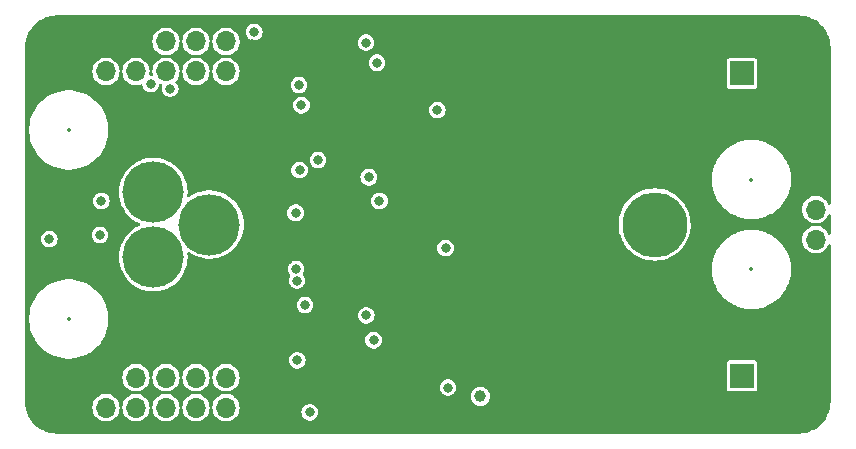
<source format=gbr>
%TF.GenerationSoftware,KiCad,Pcbnew,8.0.1*%
%TF.CreationDate,2024-08-04T15:08:53+01:00*%
%TF.ProjectId,driver_module,64726976-6572-45f6-9d6f-64756c652e6b,1*%
%TF.SameCoordinates,Original*%
%TF.FileFunction,Copper,L3,Inr*%
%TF.FilePolarity,Positive*%
%FSLAX46Y46*%
G04 Gerber Fmt 4.6, Leading zero omitted, Abs format (unit mm)*
G04 Created by KiCad (PCBNEW 8.0.1) date 2024-08-04 15:08:53*
%MOMM*%
%LPD*%
G01*
G04 APERTURE LIST*
%TA.AperFunction,ComponentPad*%
%ADD10R,2.000000X2.000000*%
%TD*%
%TA.AperFunction,ComponentPad*%
%ADD11C,2.000000*%
%TD*%
%TA.AperFunction,ComponentPad*%
%ADD12C,5.500000*%
%TD*%
%TA.AperFunction,ComponentPad*%
%ADD13C,5.200000*%
%TD*%
%TA.AperFunction,ComponentPad*%
%ADD14R,1.700000X1.700000*%
%TD*%
%TA.AperFunction,ComponentPad*%
%ADD15O,1.700000X1.700000*%
%TD*%
%TA.AperFunction,ComponentPad*%
%ADD16C,0.700000*%
%TD*%
%TA.AperFunction,ViaPad*%
%ADD17C,0.700000*%
%TD*%
%TA.AperFunction,ViaPad*%
%ADD18C,0.800000*%
%TD*%
%TA.AperFunction,ViaPad*%
%ADD19C,1.000000*%
%TD*%
%ADD20C,0.300000*%
%ADD21C,0.350000*%
G04 APERTURE END LIST*
D10*
%TO.N,VMOT*%
%TO.C,C6*%
X174500000Y-87200000D03*
D11*
%TO.N,GND*%
X179500000Y-87200000D03*
%TD*%
D12*
%TO.N,GND*%
%TO.C,J21*%
X159900000Y-100000000D03*
%TO.N,VMOT*%
X167100000Y-100000000D03*
%TD*%
D13*
%TO.N,/C_N*%
%TO.C,J19*%
X124650000Y-97250000D03*
%TO.N,/A_N*%
X124650000Y-102750000D03*
%TO.N,/B_N*%
X129410000Y-100000000D03*
%TD*%
D10*
%TO.N,VMOT*%
%TO.C,C3*%
X174500000Y-112800000D03*
D11*
%TO.N,GND*%
X179500000Y-112800000D03*
%TD*%
D14*
%TO.N,GND*%
%TO.C,J6*%
X180750000Y-93650000D03*
D15*
X180750000Y-96190000D03*
%TO.N,VMOT*%
X180750000Y-98730000D03*
X180750000Y-101270000D03*
%TO.N,GND*%
X180750000Y-103810000D03*
X180750000Y-106350000D03*
%TD*%
D14*
%TO.N,GND*%
%TO.C,J4*%
X120650000Y-112960000D03*
D15*
%TO.N,VMOT*%
X120650000Y-115500000D03*
%TO.N,/A_P*%
X123190000Y-112960000D03*
%TO.N,VMOT*%
X123190000Y-115500000D03*
%TO.N,/B_P*%
X125730000Y-112960000D03*
%TO.N,A_PWM_H*%
X125730000Y-115500000D03*
%TO.N,B_PWM_L\u005C*%
X128270000Y-112960000D03*
%TO.N,A_PWM_L\u005C*%
X128270000Y-115500000D03*
%TO.N,A_SENSE*%
X130810000Y-112960000D03*
%TO.N,B_PWM_H*%
X130810000Y-115500000D03*
%TD*%
D14*
%TO.N,GND*%
%TO.C,J5*%
X120650000Y-84500000D03*
D15*
%TO.N,/TH1_SENSE*%
X120650000Y-87040000D03*
%TO.N,GND*%
X123190000Y-84500000D03*
%TO.N,B_SENSE*%
X123190000Y-87040000D03*
%TO.N,+12V*%
X125730000Y-84500000D03*
%TO.N,C_PWM_L\u005C*%
X125730000Y-87040000D03*
%TO.N,+3V3*%
X128270000Y-84500000D03*
%TO.N,C_PWM_H*%
X128270000Y-87040000D03*
%TO.N,C_SENSE*%
X130810000Y-84500000D03*
%TO.N,/C_P*%
X130810000Y-87040000D03*
%TD*%
D16*
%TO.N,GND*%
%TO.C,U3*%
X116875002Y-98275001D03*
X116875002Y-99375001D03*
X116875002Y-100475001D03*
X117975000Y-98275001D03*
X117975000Y-99375001D03*
X117975000Y-100475001D03*
%TD*%
D17*
%TO.N,GND*%
X146000000Y-106000000D03*
X141300000Y-106600000D03*
D18*
X122288110Y-91215124D03*
D17*
X140700000Y-106600000D03*
X143200000Y-94500000D03*
X146499999Y-83850000D03*
X149600000Y-95700000D03*
D18*
X140000000Y-114250000D03*
D17*
X146840050Y-107233733D03*
X148899999Y-83850000D03*
X147700000Y-83850000D03*
D18*
X140034952Y-115350000D03*
D17*
X145299999Y-83250000D03*
D18*
X136041567Y-103026795D03*
D17*
X144440050Y-106633733D03*
D18*
X144050000Y-114825000D03*
D17*
X149240050Y-107233733D03*
X143100000Y-106600000D03*
X145040050Y-106633733D03*
X143900000Y-94500000D03*
X148700000Y-95100000D03*
X145100000Y-94500000D03*
X149300000Y-94500000D03*
X146900000Y-95100000D03*
D18*
X139500000Y-101336397D03*
D17*
X145000001Y-82650000D03*
D18*
X145576402Y-114596591D03*
X144842908Y-114919950D03*
D17*
X145100000Y-108000000D03*
X144500000Y-94500000D03*
X146300000Y-94500000D03*
X146900000Y-94500000D03*
X149840050Y-107333733D03*
X144400000Y-82650000D03*
X145299999Y-83850000D03*
X149900000Y-95100000D03*
D18*
X115000000Y-116000000D03*
D17*
X144440050Y-107233733D03*
X149100000Y-108000000D03*
X144699999Y-83250000D03*
D18*
X117200000Y-114200000D03*
D17*
X149000000Y-96300000D03*
X141900000Y-106600000D03*
X148700000Y-94500000D03*
D18*
X139535554Y-112654671D03*
D17*
X149854003Y-108000000D03*
X150500000Y-108000000D03*
X143840050Y-106633733D03*
X149200001Y-82650000D03*
X148400000Y-95700000D03*
X146400000Y-108000000D03*
X140100000Y-106600000D03*
X147099999Y-83250000D03*
X149000000Y-95700000D03*
X145600001Y-82650000D03*
D18*
X125465821Y-89913990D03*
D17*
X147440050Y-107233733D03*
X149240050Y-106633733D03*
X149000000Y-106000000D03*
X145700000Y-95100000D03*
D18*
X133000000Y-84700000D03*
D17*
X147962062Y-82650000D03*
X144699999Y-83850000D03*
X145040050Y-107233733D03*
D18*
X138100000Y-85550000D03*
D17*
X147099999Y-83850000D03*
X149499999Y-83850000D03*
X150600000Y-82650000D03*
X146600000Y-106000000D03*
X143800000Y-82650000D03*
X145100000Y-95100000D03*
X144500000Y-95100000D03*
D18*
X137549998Y-107900000D03*
D17*
X147200000Y-106000000D03*
X148299999Y-83250000D03*
X142500000Y-106600000D03*
D18*
X139254000Y-89463993D03*
D17*
X148640050Y-107233733D03*
D18*
X117722373Y-102755047D03*
D17*
X148640050Y-106633733D03*
X145259950Y-95966267D03*
X147699998Y-83249999D03*
X149300000Y-95100000D03*
X146200000Y-82650000D03*
X145640050Y-106633733D03*
X146840050Y-106633733D03*
X148299999Y-83850000D03*
X145700000Y-94500000D03*
X145899999Y-83850000D03*
X139500000Y-106600000D03*
X146559950Y-95966268D03*
D18*
X138700000Y-106600000D03*
D17*
X145400000Y-106000000D03*
X145899999Y-83250000D03*
X143100000Y-82650000D03*
D18*
X133500000Y-115196000D03*
X134544095Y-115196000D03*
X139090049Y-90400000D03*
D17*
X145640050Y-107233733D03*
X147500000Y-94500000D03*
X149499999Y-83250000D03*
D18*
X139500000Y-107600000D03*
D17*
X150500000Y-95100000D03*
D18*
X139500000Y-102200000D03*
D17*
X147500000Y-95100000D03*
D18*
X136017500Y-92480255D03*
X150524667Y-117015249D03*
X140040050Y-104400000D03*
D17*
X147440050Y-106633733D03*
X142500000Y-82650000D03*
X146240050Y-106633733D03*
D18*
X139854712Y-90893926D03*
D17*
X148606230Y-82650000D03*
X139380000Y-96250102D03*
X147362688Y-82650000D03*
X148040050Y-106633733D03*
X146300000Y-95100000D03*
X148899999Y-83250000D03*
X148040050Y-107233733D03*
X150440050Y-107333733D03*
X148400000Y-96300000D03*
D18*
X122150000Y-89749998D03*
D17*
X148100000Y-95100000D03*
X147800000Y-106000000D03*
D18*
X139300000Y-113600000D03*
D17*
X146240050Y-107233733D03*
D18*
X123400000Y-108800000D03*
X140040050Y-102900000D03*
X136805000Y-100900000D03*
D17*
X146800001Y-82650000D03*
X144800000Y-106000000D03*
X146499999Y-83250000D03*
X148100000Y-94500000D03*
X149900000Y-82650000D03*
D18*
X134700002Y-92496000D03*
D17*
X148400000Y-106000000D03*
D18*
%TO.N,+3V3*%
X124430000Y-88100012D03*
X137034999Y-95400000D03*
X137500000Y-106818535D03*
X136821434Y-104744229D03*
X133200000Y-83700000D03*
%TO.N,/A_P*%
X137900000Y-115900000D03*
X143300000Y-109800000D03*
%TO.N,VMOT*%
X120150000Y-100900000D03*
D19*
X152350000Y-114550000D03*
D18*
X120250000Y-98000000D03*
%TO.N,/2AGH*%
X149600000Y-113800000D03*
%TO.N,/2AGL*%
X142689500Y-107696598D03*
%TO.N,/2BGH*%
X149400000Y-102000000D03*
%TO.N,/2BGL*%
X142900000Y-96000000D03*
%TO.N,/2CGL*%
X142664951Y-84600000D03*
%TO.N,/B_P*%
X143800000Y-98000000D03*
X136734258Y-103748034D03*
%TO.N,/2CGH*%
X148700000Y-90317490D03*
%TO.N,/C_P*%
X137200000Y-89900000D03*
X143600012Y-86300000D03*
%TO.N,/B_N*%
X136700000Y-99000000D03*
%TO.N,/C_N*%
X137000000Y-88200000D03*
%TO.N,/A_N*%
X136850000Y-111500000D03*
%TO.N,/TH1_SENSE*%
X138600000Y-94550000D03*
X126085936Y-88499742D03*
%TO.N,+12V*%
X115857500Y-101242500D03*
%TD*%
%TA.AperFunction,Conductor*%
%TO.N,GND*%
G36*
X179302777Y-82300655D02*
G01*
X179596701Y-82317162D01*
X179607724Y-82318404D01*
X179895224Y-82367252D01*
X179906018Y-82369715D01*
X180186251Y-82450449D01*
X180196722Y-82454113D01*
X180466134Y-82565708D01*
X180476136Y-82570525D01*
X180731354Y-82711578D01*
X180740755Y-82717485D01*
X180978575Y-82886228D01*
X180987254Y-82893149D01*
X181017388Y-82920078D01*
X181204697Y-83087467D01*
X181212532Y-83095302D01*
X181306053Y-83199952D01*
X181406850Y-83312745D01*
X181413771Y-83321424D01*
X181582514Y-83559244D01*
X181588421Y-83568645D01*
X181729474Y-83823863D01*
X181734291Y-83833865D01*
X181845884Y-84103273D01*
X181849551Y-84113752D01*
X181930280Y-84393966D01*
X181932750Y-84404790D01*
X181981594Y-84692270D01*
X181982837Y-84703302D01*
X181999344Y-84997222D01*
X181999500Y-85002773D01*
X181999500Y-98237302D01*
X181980593Y-98295493D01*
X181931093Y-98331457D01*
X181869907Y-98331457D01*
X181820407Y-98295493D01*
X181811879Y-98281430D01*
X181755831Y-98168870D01*
X181732366Y-98121745D01*
X181603872Y-97951593D01*
X181532655Y-97886670D01*
X181446307Y-97807952D01*
X181446300Y-97807946D01*
X181265024Y-97695705D01*
X181265019Y-97695702D01*
X181158041Y-97654259D01*
X181066198Y-97618679D01*
X181066197Y-97618678D01*
X181066195Y-97618678D01*
X180856610Y-97579500D01*
X180643390Y-97579500D01*
X180433804Y-97618678D01*
X180234980Y-97695702D01*
X180234975Y-97695705D01*
X180053699Y-97807946D01*
X180053692Y-97807952D01*
X179896135Y-97951586D01*
X179896131Y-97951589D01*
X179896128Y-97951593D01*
X179896125Y-97951597D01*
X179767635Y-98121743D01*
X179767630Y-98121752D01*
X179672596Y-98312608D01*
X179614244Y-98517688D01*
X179594571Y-98730000D01*
X179614244Y-98942310D01*
X179672595Y-99147389D01*
X179767634Y-99338255D01*
X179896128Y-99508407D01*
X179896135Y-99508413D01*
X180053692Y-99652047D01*
X180053699Y-99652053D01*
X180131942Y-99700499D01*
X180234981Y-99764298D01*
X180433802Y-99841321D01*
X180643390Y-99880500D01*
X180856610Y-99880500D01*
X181066198Y-99841321D01*
X181265019Y-99764298D01*
X181446302Y-99652052D01*
X181603872Y-99508407D01*
X181732366Y-99338255D01*
X181811879Y-99178568D01*
X181854741Y-99134907D01*
X181915082Y-99124777D01*
X181969853Y-99152049D01*
X181998134Y-99206307D01*
X181999500Y-99222697D01*
X181999500Y-100777302D01*
X181980593Y-100835493D01*
X181931093Y-100871457D01*
X181869907Y-100871457D01*
X181820407Y-100835493D01*
X181811879Y-100821430D01*
X181741385Y-100679858D01*
X181732366Y-100661745D01*
X181603872Y-100491593D01*
X181481896Y-100380396D01*
X181446307Y-100347952D01*
X181446300Y-100347946D01*
X181265024Y-100235705D01*
X181265019Y-100235702D01*
X181066195Y-100158678D01*
X180856610Y-100119500D01*
X180643390Y-100119500D01*
X180433804Y-100158678D01*
X180234980Y-100235702D01*
X180234975Y-100235705D01*
X180053699Y-100347946D01*
X180053692Y-100347952D01*
X179896135Y-100491586D01*
X179896131Y-100491589D01*
X179896128Y-100491593D01*
X179896125Y-100491597D01*
X179767635Y-100661743D01*
X179767630Y-100661752D01*
X179672596Y-100852608D01*
X179614244Y-101057688D01*
X179594571Y-101270000D01*
X179614244Y-101482311D01*
X179636289Y-101559790D01*
X179672595Y-101687389D01*
X179767634Y-101878255D01*
X179896128Y-102048407D01*
X179966734Y-102112773D01*
X180053692Y-102192047D01*
X180053699Y-102192053D01*
X180157389Y-102256255D01*
X180234981Y-102304298D01*
X180433802Y-102381321D01*
X180643390Y-102420500D01*
X180856610Y-102420500D01*
X181066198Y-102381321D01*
X181265019Y-102304298D01*
X181446302Y-102192052D01*
X181603872Y-102048407D01*
X181732366Y-101878255D01*
X181811879Y-101718568D01*
X181854741Y-101674907D01*
X181915082Y-101664777D01*
X181969853Y-101692049D01*
X181998134Y-101746307D01*
X181999500Y-101762697D01*
X181999500Y-114997226D01*
X181999344Y-115002777D01*
X181982837Y-115296697D01*
X181981594Y-115307729D01*
X181932750Y-115595209D01*
X181930280Y-115606033D01*
X181849551Y-115886247D01*
X181845884Y-115896726D01*
X181734291Y-116166134D01*
X181729474Y-116176136D01*
X181588421Y-116431354D01*
X181582514Y-116440755D01*
X181413771Y-116678575D01*
X181406850Y-116687254D01*
X181212540Y-116904689D01*
X181204689Y-116912540D01*
X180987254Y-117106850D01*
X180978575Y-117113771D01*
X180740755Y-117282514D01*
X180731354Y-117288421D01*
X180476136Y-117429474D01*
X180466134Y-117434291D01*
X180196726Y-117545884D01*
X180186247Y-117549551D01*
X179906033Y-117630280D01*
X179895209Y-117632750D01*
X179607729Y-117681594D01*
X179596697Y-117682837D01*
X179302778Y-117699344D01*
X179297227Y-117699500D01*
X116502773Y-117699500D01*
X116497222Y-117699344D01*
X116203302Y-117682837D01*
X116192270Y-117681594D01*
X115904790Y-117632750D01*
X115893966Y-117630280D01*
X115613752Y-117549551D01*
X115603273Y-117545884D01*
X115333865Y-117434291D01*
X115323863Y-117429474D01*
X115068645Y-117288421D01*
X115059244Y-117282514D01*
X114821424Y-117113771D01*
X114812745Y-117106850D01*
X114711695Y-117016547D01*
X114595302Y-116912532D01*
X114587467Y-116904697D01*
X114469745Y-116772966D01*
X114393149Y-116687254D01*
X114386228Y-116678575D01*
X114217485Y-116440755D01*
X114211578Y-116431354D01*
X114176524Y-116367929D01*
X114070525Y-116176136D01*
X114065708Y-116166134D01*
X113955471Y-115900000D01*
X113954113Y-115896722D01*
X113950448Y-115886247D01*
X113869715Y-115606018D01*
X113867252Y-115595224D01*
X113851073Y-115500000D01*
X119494571Y-115500000D01*
X119514244Y-115712311D01*
X119537449Y-115793867D01*
X119572595Y-115917389D01*
X119667634Y-116108255D01*
X119796128Y-116278407D01*
X119796135Y-116278413D01*
X119953692Y-116422047D01*
X119953699Y-116422053D01*
X119983904Y-116440755D01*
X120134981Y-116534298D01*
X120333802Y-116611321D01*
X120543390Y-116650500D01*
X120756610Y-116650500D01*
X120966198Y-116611321D01*
X121165019Y-116534298D01*
X121346302Y-116422052D01*
X121503872Y-116278407D01*
X121632366Y-116108255D01*
X121727405Y-115917389D01*
X121785756Y-115712310D01*
X121805429Y-115500000D01*
X122034571Y-115500000D01*
X122054244Y-115712311D01*
X122077449Y-115793867D01*
X122112595Y-115917389D01*
X122207634Y-116108255D01*
X122336128Y-116278407D01*
X122336135Y-116278413D01*
X122493692Y-116422047D01*
X122493699Y-116422053D01*
X122523904Y-116440755D01*
X122674981Y-116534298D01*
X122873802Y-116611321D01*
X123083390Y-116650500D01*
X123296610Y-116650500D01*
X123506198Y-116611321D01*
X123705019Y-116534298D01*
X123886302Y-116422052D01*
X124043872Y-116278407D01*
X124172366Y-116108255D01*
X124267405Y-115917389D01*
X124325756Y-115712310D01*
X124345429Y-115500000D01*
X124574571Y-115500000D01*
X124594244Y-115712311D01*
X124617449Y-115793867D01*
X124652595Y-115917389D01*
X124747634Y-116108255D01*
X124876128Y-116278407D01*
X124876135Y-116278413D01*
X125033692Y-116422047D01*
X125033699Y-116422053D01*
X125063904Y-116440755D01*
X125214981Y-116534298D01*
X125413802Y-116611321D01*
X125623390Y-116650500D01*
X125836610Y-116650500D01*
X126046198Y-116611321D01*
X126245019Y-116534298D01*
X126426302Y-116422052D01*
X126583872Y-116278407D01*
X126712366Y-116108255D01*
X126807405Y-115917389D01*
X126865756Y-115712310D01*
X126885429Y-115500000D01*
X127114571Y-115500000D01*
X127134244Y-115712311D01*
X127157449Y-115793867D01*
X127192595Y-115917389D01*
X127287634Y-116108255D01*
X127416128Y-116278407D01*
X127416135Y-116278413D01*
X127573692Y-116422047D01*
X127573699Y-116422053D01*
X127603904Y-116440755D01*
X127754981Y-116534298D01*
X127953802Y-116611321D01*
X128163390Y-116650500D01*
X128376610Y-116650500D01*
X128586198Y-116611321D01*
X128785019Y-116534298D01*
X128966302Y-116422052D01*
X129123872Y-116278407D01*
X129252366Y-116108255D01*
X129347405Y-115917389D01*
X129405756Y-115712310D01*
X129425429Y-115500000D01*
X129654571Y-115500000D01*
X129674244Y-115712311D01*
X129697449Y-115793867D01*
X129732595Y-115917389D01*
X129827634Y-116108255D01*
X129956128Y-116278407D01*
X129956135Y-116278413D01*
X130113692Y-116422047D01*
X130113699Y-116422053D01*
X130143904Y-116440755D01*
X130294981Y-116534298D01*
X130493802Y-116611321D01*
X130703390Y-116650500D01*
X130916610Y-116650500D01*
X131126198Y-116611321D01*
X131325019Y-116534298D01*
X131506302Y-116422052D01*
X131663872Y-116278407D01*
X131792366Y-116108255D01*
X131887405Y-115917389D01*
X131892353Y-115900000D01*
X137194355Y-115900000D01*
X137214860Y-116068872D01*
X137275182Y-116227930D01*
X137371817Y-116367929D01*
X137499148Y-116480734D01*
X137649775Y-116559790D01*
X137814944Y-116600500D01*
X137814947Y-116600500D01*
X137985053Y-116600500D01*
X137985056Y-116600500D01*
X138150225Y-116559790D01*
X138300852Y-116480734D01*
X138428183Y-116367929D01*
X138524818Y-116227930D01*
X138585140Y-116068872D01*
X138605645Y-115900000D01*
X138605247Y-115896726D01*
X138600230Y-115855404D01*
X138585140Y-115731128D01*
X138524818Y-115572070D01*
X138428183Y-115432071D01*
X138300852Y-115319266D01*
X138150225Y-115240210D01*
X138150224Y-115240209D01*
X138150223Y-115240209D01*
X137985058Y-115199500D01*
X137985056Y-115199500D01*
X137814944Y-115199500D01*
X137814941Y-115199500D01*
X137649776Y-115240209D01*
X137499146Y-115319267D01*
X137371818Y-115432069D01*
X137371816Y-115432072D01*
X137275182Y-115572070D01*
X137221997Y-115712311D01*
X137214860Y-115731129D01*
X137194753Y-115896726D01*
X137194355Y-115900000D01*
X131892353Y-115900000D01*
X131945756Y-115712310D01*
X131965429Y-115500000D01*
X131945756Y-115287690D01*
X131887405Y-115082611D01*
X131792366Y-114891745D01*
X131663872Y-114721593D01*
X131609623Y-114672139D01*
X131506307Y-114577952D01*
X131506300Y-114577946D01*
X131461166Y-114550000D01*
X151544435Y-114550000D01*
X151564632Y-114729257D01*
X151564633Y-114729261D01*
X151624211Y-114899522D01*
X151624211Y-114899523D01*
X151689090Y-115002777D01*
X151720184Y-115052262D01*
X151847738Y-115179816D01*
X151847740Y-115179817D01*
X151847741Y-115179818D01*
X151943852Y-115240209D01*
X152000478Y-115275789D01*
X152060230Y-115296697D01*
X152170738Y-115335366D01*
X152170742Y-115335367D01*
X152170745Y-115335368D01*
X152350000Y-115355565D01*
X152529255Y-115335368D01*
X152699522Y-115275789D01*
X152852262Y-115179816D01*
X152979816Y-115052262D01*
X153075789Y-114899522D01*
X153135368Y-114729255D01*
X153155565Y-114550000D01*
X153135368Y-114370745D01*
X153075789Y-114200478D01*
X153030203Y-114127929D01*
X152979818Y-114047741D01*
X152979817Y-114047740D01*
X152979816Y-114047738D01*
X152852262Y-113920184D01*
X152852259Y-113920182D01*
X152852258Y-113920181D01*
X152732386Y-113844860D01*
X173199500Y-113844860D01*
X173199501Y-113844863D01*
X173202414Y-113869990D01*
X173224576Y-113920181D01*
X173247794Y-113972765D01*
X173327235Y-114052206D01*
X173430009Y-114097585D01*
X173455135Y-114100500D01*
X175544864Y-114100499D01*
X175569991Y-114097585D01*
X175672765Y-114052206D01*
X175752206Y-113972765D01*
X175797585Y-113869991D01*
X175800500Y-113844865D01*
X175800499Y-111755136D01*
X175797585Y-111730009D01*
X175752206Y-111627235D01*
X175672765Y-111547794D01*
X175569991Y-111502415D01*
X175569990Y-111502414D01*
X175569988Y-111502414D01*
X175544868Y-111499500D01*
X173455139Y-111499500D01*
X173455136Y-111499501D01*
X173430009Y-111502414D01*
X173327235Y-111547794D01*
X173247794Y-111627235D01*
X173202414Y-111730011D01*
X173199500Y-111755130D01*
X173199500Y-113844860D01*
X152732386Y-113844860D01*
X152699523Y-113824211D01*
X152529261Y-113764633D01*
X152529257Y-113764632D01*
X152350000Y-113744435D01*
X152170742Y-113764632D01*
X152170738Y-113764633D01*
X152000477Y-113824211D01*
X152000476Y-113824211D01*
X151847741Y-113920181D01*
X151720181Y-114047741D01*
X151624211Y-114200476D01*
X151624211Y-114200477D01*
X151564633Y-114370738D01*
X151564632Y-114370742D01*
X151544435Y-114550000D01*
X131461166Y-114550000D01*
X131325024Y-114465705D01*
X131325019Y-114465702D01*
X131126195Y-114388678D01*
X130916610Y-114349500D01*
X130703390Y-114349500D01*
X130493804Y-114388678D01*
X130294980Y-114465702D01*
X130294975Y-114465705D01*
X130113699Y-114577946D01*
X130113692Y-114577952D01*
X129956135Y-114721586D01*
X129956131Y-114721589D01*
X129956128Y-114721593D01*
X129956125Y-114721597D01*
X129827635Y-114891743D01*
X129827630Y-114891752D01*
X129732596Y-115082608D01*
X129674244Y-115287688D01*
X129654571Y-115500000D01*
X129425429Y-115500000D01*
X129405756Y-115287690D01*
X129347405Y-115082611D01*
X129252366Y-114891745D01*
X129123872Y-114721593D01*
X129069623Y-114672139D01*
X128966307Y-114577952D01*
X128966300Y-114577946D01*
X128785024Y-114465705D01*
X128785019Y-114465702D01*
X128586195Y-114388678D01*
X128376610Y-114349500D01*
X128163390Y-114349500D01*
X127953804Y-114388678D01*
X127754980Y-114465702D01*
X127754975Y-114465705D01*
X127573699Y-114577946D01*
X127573692Y-114577952D01*
X127416135Y-114721586D01*
X127416131Y-114721589D01*
X127416128Y-114721593D01*
X127416125Y-114721597D01*
X127287635Y-114891743D01*
X127287630Y-114891752D01*
X127192596Y-115082608D01*
X127134244Y-115287688D01*
X127114571Y-115500000D01*
X126885429Y-115500000D01*
X126865756Y-115287690D01*
X126807405Y-115082611D01*
X126712366Y-114891745D01*
X126583872Y-114721593D01*
X126529623Y-114672139D01*
X126426307Y-114577952D01*
X126426300Y-114577946D01*
X126245024Y-114465705D01*
X126245019Y-114465702D01*
X126046195Y-114388678D01*
X125836610Y-114349500D01*
X125623390Y-114349500D01*
X125413804Y-114388678D01*
X125214980Y-114465702D01*
X125214975Y-114465705D01*
X125033699Y-114577946D01*
X125033692Y-114577952D01*
X124876135Y-114721586D01*
X124876131Y-114721589D01*
X124876128Y-114721593D01*
X124876125Y-114721597D01*
X124747635Y-114891743D01*
X124747630Y-114891752D01*
X124652596Y-115082608D01*
X124594244Y-115287688D01*
X124574571Y-115500000D01*
X124345429Y-115500000D01*
X124325756Y-115287690D01*
X124267405Y-115082611D01*
X124172366Y-114891745D01*
X124043872Y-114721593D01*
X123989623Y-114672139D01*
X123886307Y-114577952D01*
X123886300Y-114577946D01*
X123705024Y-114465705D01*
X123705019Y-114465702D01*
X123506195Y-114388678D01*
X123296610Y-114349500D01*
X123083390Y-114349500D01*
X122873804Y-114388678D01*
X122674980Y-114465702D01*
X122674975Y-114465705D01*
X122493699Y-114577946D01*
X122493692Y-114577952D01*
X122336135Y-114721586D01*
X122336131Y-114721589D01*
X122336128Y-114721593D01*
X122336125Y-114721597D01*
X122207635Y-114891743D01*
X122207630Y-114891752D01*
X122112596Y-115082608D01*
X122054244Y-115287688D01*
X122034571Y-115500000D01*
X121805429Y-115500000D01*
X121785756Y-115287690D01*
X121727405Y-115082611D01*
X121632366Y-114891745D01*
X121503872Y-114721593D01*
X121449623Y-114672139D01*
X121346307Y-114577952D01*
X121346300Y-114577946D01*
X121165024Y-114465705D01*
X121165019Y-114465702D01*
X120966195Y-114388678D01*
X120756610Y-114349500D01*
X120543390Y-114349500D01*
X120333804Y-114388678D01*
X120134980Y-114465702D01*
X120134975Y-114465705D01*
X119953699Y-114577946D01*
X119953692Y-114577952D01*
X119796135Y-114721586D01*
X119796131Y-114721589D01*
X119796128Y-114721593D01*
X119796125Y-114721597D01*
X119667635Y-114891743D01*
X119667630Y-114891752D01*
X119572596Y-115082608D01*
X119514244Y-115287688D01*
X119494571Y-115500000D01*
X113851073Y-115500000D01*
X113818404Y-115307724D01*
X113817162Y-115296697D01*
X113800656Y-115002777D01*
X113800500Y-114997226D01*
X113800500Y-112960000D01*
X122034571Y-112960000D01*
X122051269Y-113140210D01*
X122054244Y-113172310D01*
X122112595Y-113377389D01*
X122207634Y-113568255D01*
X122336128Y-113738407D01*
X122403690Y-113799998D01*
X122493692Y-113882047D01*
X122493699Y-113882053D01*
X122555278Y-113920181D01*
X122674981Y-113994298D01*
X122873802Y-114071321D01*
X123083390Y-114110500D01*
X123296610Y-114110500D01*
X123506198Y-114071321D01*
X123705019Y-113994298D01*
X123886302Y-113882052D01*
X124043872Y-113738407D01*
X124172366Y-113568255D01*
X124267405Y-113377389D01*
X124325756Y-113172310D01*
X124345429Y-112960000D01*
X124574571Y-112960000D01*
X124591269Y-113140210D01*
X124594244Y-113172310D01*
X124652595Y-113377389D01*
X124747634Y-113568255D01*
X124876128Y-113738407D01*
X124943690Y-113799998D01*
X125033692Y-113882047D01*
X125033699Y-113882053D01*
X125095278Y-113920181D01*
X125214981Y-113994298D01*
X125413802Y-114071321D01*
X125623390Y-114110500D01*
X125836610Y-114110500D01*
X126046198Y-114071321D01*
X126245019Y-113994298D01*
X126426302Y-113882052D01*
X126583872Y-113738407D01*
X126712366Y-113568255D01*
X126807405Y-113377389D01*
X126865756Y-113172310D01*
X126885429Y-112960000D01*
X127114571Y-112960000D01*
X127131269Y-113140210D01*
X127134244Y-113172310D01*
X127192595Y-113377389D01*
X127287634Y-113568255D01*
X127416128Y-113738407D01*
X127483690Y-113799998D01*
X127573692Y-113882047D01*
X127573699Y-113882053D01*
X127635278Y-113920181D01*
X127754981Y-113994298D01*
X127953802Y-114071321D01*
X128163390Y-114110500D01*
X128376610Y-114110500D01*
X128586198Y-114071321D01*
X128785019Y-113994298D01*
X128966302Y-113882052D01*
X129123872Y-113738407D01*
X129252366Y-113568255D01*
X129347405Y-113377389D01*
X129405756Y-113172310D01*
X129425429Y-112960000D01*
X129654571Y-112960000D01*
X129671269Y-113140210D01*
X129674244Y-113172310D01*
X129732595Y-113377389D01*
X129827634Y-113568255D01*
X129956128Y-113738407D01*
X130023690Y-113799998D01*
X130113692Y-113882047D01*
X130113699Y-113882053D01*
X130175278Y-113920181D01*
X130294981Y-113994298D01*
X130493802Y-114071321D01*
X130703390Y-114110500D01*
X130916610Y-114110500D01*
X131126198Y-114071321D01*
X131325019Y-113994298D01*
X131506302Y-113882052D01*
X131596308Y-113800000D01*
X148894355Y-113800000D01*
X148914860Y-113968872D01*
X148975182Y-114127930D01*
X149071817Y-114267929D01*
X149199148Y-114380734D01*
X149349775Y-114459790D01*
X149514944Y-114500500D01*
X149514947Y-114500500D01*
X149685053Y-114500500D01*
X149685056Y-114500500D01*
X149850225Y-114459790D01*
X150000852Y-114380734D01*
X150128183Y-114267929D01*
X150224818Y-114127930D01*
X150285140Y-113968872D01*
X150305645Y-113800000D01*
X150285140Y-113631128D01*
X150224818Y-113472070D01*
X150128183Y-113332071D01*
X150000852Y-113219266D01*
X149850225Y-113140210D01*
X149850224Y-113140209D01*
X149850223Y-113140209D01*
X149685058Y-113099500D01*
X149685056Y-113099500D01*
X149514944Y-113099500D01*
X149514941Y-113099500D01*
X149349776Y-113140209D01*
X149199146Y-113219267D01*
X149071818Y-113332069D01*
X149071816Y-113332072D01*
X148975182Y-113472070D01*
X148938705Y-113568255D01*
X148914860Y-113631129D01*
X148898650Y-113764632D01*
X148894355Y-113800000D01*
X131596308Y-113800000D01*
X131663872Y-113738407D01*
X131792366Y-113568255D01*
X131887405Y-113377389D01*
X131945756Y-113172310D01*
X131965429Y-112960000D01*
X131945756Y-112747690D01*
X131887405Y-112542611D01*
X131792366Y-112351745D01*
X131663872Y-112181593D01*
X131553236Y-112080734D01*
X131506307Y-112037952D01*
X131506300Y-112037946D01*
X131325024Y-111925705D01*
X131325019Y-111925702D01*
X131126195Y-111848678D01*
X130916610Y-111809500D01*
X130703390Y-111809500D01*
X130493804Y-111848678D01*
X130294980Y-111925702D01*
X130294975Y-111925705D01*
X130113699Y-112037946D01*
X130113692Y-112037952D01*
X129956135Y-112181586D01*
X129956131Y-112181589D01*
X129956128Y-112181593D01*
X129956125Y-112181597D01*
X129827635Y-112351743D01*
X129827630Y-112351752D01*
X129732596Y-112542608D01*
X129674244Y-112747688D01*
X129654571Y-112960000D01*
X129425429Y-112960000D01*
X129405756Y-112747690D01*
X129347405Y-112542611D01*
X129252366Y-112351745D01*
X129123872Y-112181593D01*
X129013236Y-112080734D01*
X128966307Y-112037952D01*
X128966300Y-112037946D01*
X128785024Y-111925705D01*
X128785019Y-111925702D01*
X128586195Y-111848678D01*
X128376610Y-111809500D01*
X128163390Y-111809500D01*
X127953804Y-111848678D01*
X127754980Y-111925702D01*
X127754975Y-111925705D01*
X127573699Y-112037946D01*
X127573692Y-112037952D01*
X127416135Y-112181586D01*
X127416131Y-112181589D01*
X127416128Y-112181593D01*
X127416125Y-112181597D01*
X127287635Y-112351743D01*
X127287630Y-112351752D01*
X127192596Y-112542608D01*
X127134244Y-112747688D01*
X127114571Y-112960000D01*
X126885429Y-112960000D01*
X126865756Y-112747690D01*
X126807405Y-112542611D01*
X126712366Y-112351745D01*
X126583872Y-112181593D01*
X126473236Y-112080734D01*
X126426307Y-112037952D01*
X126426300Y-112037946D01*
X126245024Y-111925705D01*
X126245019Y-111925702D01*
X126046195Y-111848678D01*
X125836610Y-111809500D01*
X125623390Y-111809500D01*
X125413804Y-111848678D01*
X125214980Y-111925702D01*
X125214975Y-111925705D01*
X125033699Y-112037946D01*
X125033692Y-112037952D01*
X124876135Y-112181586D01*
X124876131Y-112181589D01*
X124876128Y-112181593D01*
X124876125Y-112181597D01*
X124747635Y-112351743D01*
X124747630Y-112351752D01*
X124652596Y-112542608D01*
X124594244Y-112747688D01*
X124574571Y-112960000D01*
X124345429Y-112960000D01*
X124325756Y-112747690D01*
X124267405Y-112542611D01*
X124172366Y-112351745D01*
X124043872Y-112181593D01*
X123933236Y-112080734D01*
X123886307Y-112037952D01*
X123886300Y-112037946D01*
X123705024Y-111925705D01*
X123705019Y-111925702D01*
X123506195Y-111848678D01*
X123296610Y-111809500D01*
X123083390Y-111809500D01*
X122873804Y-111848678D01*
X122674980Y-111925702D01*
X122674975Y-111925705D01*
X122493699Y-112037946D01*
X122493692Y-112037952D01*
X122336135Y-112181586D01*
X122336131Y-112181589D01*
X122336128Y-112181593D01*
X122336125Y-112181597D01*
X122207635Y-112351743D01*
X122207630Y-112351752D01*
X122112596Y-112542608D01*
X122054244Y-112747688D01*
X122034571Y-112960000D01*
X113800500Y-112960000D01*
X113800500Y-111500000D01*
X136144355Y-111500000D01*
X136164860Y-111668872D01*
X136225182Y-111827930D01*
X136321817Y-111967929D01*
X136449148Y-112080734D01*
X136599775Y-112159790D01*
X136764944Y-112200500D01*
X136764947Y-112200500D01*
X136935053Y-112200500D01*
X136935056Y-112200500D01*
X137100225Y-112159790D01*
X137250852Y-112080734D01*
X137378183Y-111967929D01*
X137474818Y-111827930D01*
X137535140Y-111668872D01*
X137555645Y-111500000D01*
X137555584Y-111499501D01*
X137551994Y-111469938D01*
X137535140Y-111331128D01*
X137474818Y-111172070D01*
X137378183Y-111032071D01*
X137250852Y-110919266D01*
X137100225Y-110840210D01*
X137100224Y-110840209D01*
X137100223Y-110840209D01*
X136935058Y-110799500D01*
X136935056Y-110799500D01*
X136764944Y-110799500D01*
X136764941Y-110799500D01*
X136599776Y-110840209D01*
X136449146Y-110919267D01*
X136321818Y-111032069D01*
X136321817Y-111032071D01*
X136225182Y-111172070D01*
X136169751Y-111318233D01*
X136164860Y-111331129D01*
X136144416Y-111499501D01*
X136144355Y-111500000D01*
X113800500Y-111500000D01*
X113800500Y-108164607D01*
X114149500Y-108164607D01*
X114181766Y-108492209D01*
X114245990Y-108815087D01*
X114245993Y-108815100D01*
X114341548Y-109130102D01*
X114467527Y-109434242D01*
X114467540Y-109434269D01*
X114622711Y-109724576D01*
X114673109Y-109800001D01*
X114805607Y-109998298D01*
X115014449Y-110252772D01*
X115247228Y-110485551D01*
X115501702Y-110694393D01*
X115638561Y-110785839D01*
X115775423Y-110877288D01*
X116065004Y-111032071D01*
X116065749Y-111032469D01*
X116369889Y-111158448D01*
X116369891Y-111158448D01*
X116369897Y-111158451D01*
X116684899Y-111254006D01*
X116684902Y-111254006D01*
X116684913Y-111254010D01*
X117007787Y-111318233D01*
X117044188Y-111321818D01*
X117335392Y-111350500D01*
X117335400Y-111350500D01*
X117664608Y-111350500D01*
X117883008Y-111328988D01*
X117992213Y-111318233D01*
X118315087Y-111254010D01*
X118585206Y-111172070D01*
X118630102Y-111158451D01*
X118630104Y-111158449D01*
X118630111Y-111158448D01*
X118934251Y-111032469D01*
X119146040Y-110919266D01*
X119224576Y-110877288D01*
X119280067Y-110840210D01*
X119498298Y-110694393D01*
X119752772Y-110485551D01*
X119985551Y-110252772D01*
X120194393Y-109998298D01*
X120326891Y-109800000D01*
X142594355Y-109800000D01*
X142614860Y-109968872D01*
X142675182Y-110127930D01*
X142771817Y-110267929D01*
X142899148Y-110380734D01*
X143049775Y-110459790D01*
X143214944Y-110500500D01*
X143214947Y-110500500D01*
X143385053Y-110500500D01*
X143385056Y-110500500D01*
X143550225Y-110459790D01*
X143700852Y-110380734D01*
X143828183Y-110267929D01*
X143924818Y-110127930D01*
X143985140Y-109968872D01*
X144005645Y-109800000D01*
X143985140Y-109631128D01*
X143924818Y-109472070D01*
X143828183Y-109332071D01*
X143700852Y-109219266D01*
X143550225Y-109140210D01*
X143550224Y-109140209D01*
X143550223Y-109140209D01*
X143385058Y-109099500D01*
X143385056Y-109099500D01*
X143214944Y-109099500D01*
X143214941Y-109099500D01*
X143049776Y-109140209D01*
X142899146Y-109219267D01*
X142771818Y-109332069D01*
X142771817Y-109332071D01*
X142675182Y-109472070D01*
X142614860Y-109631128D01*
X142594355Y-109800000D01*
X120326891Y-109800000D01*
X120377286Y-109724579D01*
X120427237Y-109631128D01*
X120532459Y-109434269D01*
X120532469Y-109434251D01*
X120658448Y-109130111D01*
X120754010Y-108815087D01*
X120818233Y-108492213D01*
X120839397Y-108277330D01*
X120850500Y-108164607D01*
X120850500Y-107835392D01*
X120836830Y-107696598D01*
X141983855Y-107696598D01*
X142004360Y-107865470D01*
X142064682Y-108024528D01*
X142161317Y-108164527D01*
X142288648Y-108277332D01*
X142439275Y-108356388D01*
X142604444Y-108397098D01*
X142604447Y-108397098D01*
X142774553Y-108397098D01*
X142774556Y-108397098D01*
X142939725Y-108356388D01*
X143090352Y-108277332D01*
X143217683Y-108164527D01*
X143314318Y-108024528D01*
X143374640Y-107865470D01*
X143395145Y-107696598D01*
X143374640Y-107527726D01*
X143314318Y-107368668D01*
X143217683Y-107228669D01*
X143090352Y-107115864D01*
X142939725Y-107036808D01*
X142939724Y-107036807D01*
X142939723Y-107036807D01*
X142774558Y-106996098D01*
X142774556Y-106996098D01*
X142604444Y-106996098D01*
X142604441Y-106996098D01*
X142439276Y-107036807D01*
X142288646Y-107115865D01*
X142161318Y-107228667D01*
X142161317Y-107228669D01*
X142064682Y-107368668D01*
X142004360Y-107527726D01*
X141983855Y-107696598D01*
X120836830Y-107696598D01*
X120819341Y-107519035D01*
X120818233Y-107507787D01*
X120754010Y-107184913D01*
X120733783Y-107118233D01*
X120658451Y-106869897D01*
X120637177Y-106818535D01*
X136794355Y-106818535D01*
X136814860Y-106987407D01*
X136875182Y-107146465D01*
X136971817Y-107286464D01*
X137099148Y-107399269D01*
X137249775Y-107478325D01*
X137414944Y-107519035D01*
X137414947Y-107519035D01*
X137585053Y-107519035D01*
X137585056Y-107519035D01*
X137750225Y-107478325D01*
X137900852Y-107399269D01*
X138028183Y-107286464D01*
X138124818Y-107146465D01*
X138185140Y-106987407D01*
X138205645Y-106818535D01*
X138185140Y-106649663D01*
X138124818Y-106490605D01*
X138028183Y-106350606D01*
X137900852Y-106237801D01*
X137750225Y-106158745D01*
X137750224Y-106158744D01*
X137750223Y-106158744D01*
X137585058Y-106118035D01*
X137585056Y-106118035D01*
X137414944Y-106118035D01*
X137414941Y-106118035D01*
X137249776Y-106158744D01*
X137099146Y-106237802D01*
X136971818Y-106350604D01*
X136971817Y-106350606D01*
X136875182Y-106490605D01*
X136814860Y-106649663D01*
X136794355Y-106818535D01*
X120637177Y-106818535D01*
X120637176Y-106818533D01*
X120532469Y-106565749D01*
X120494329Y-106494393D01*
X120377288Y-106275423D01*
X120272124Y-106118035D01*
X120194393Y-106001702D01*
X119985551Y-105747228D01*
X119752772Y-105514449D01*
X119498298Y-105305607D01*
X119391493Y-105234242D01*
X119224576Y-105122711D01*
X118934269Y-104967540D01*
X118934257Y-104967534D01*
X118934251Y-104967531D01*
X118934246Y-104967528D01*
X118934242Y-104967527D01*
X118630102Y-104841548D01*
X118315100Y-104745993D01*
X118315087Y-104745990D01*
X118306224Y-104744227D01*
X117992213Y-104681767D01*
X117992211Y-104681766D01*
X117664608Y-104649500D01*
X117664600Y-104649500D01*
X117335400Y-104649500D01*
X117335392Y-104649500D01*
X117007790Y-104681766D01*
X116684912Y-104745990D01*
X116684899Y-104745993D01*
X116369897Y-104841548D01*
X116065757Y-104967527D01*
X116065730Y-104967540D01*
X115775423Y-105122711D01*
X115501700Y-105305608D01*
X115247233Y-105514444D01*
X115014444Y-105747233D01*
X114805608Y-106001700D01*
X114622711Y-106275423D01*
X114467540Y-106565730D01*
X114467527Y-106565757D01*
X114341548Y-106869897D01*
X114245993Y-107184899D01*
X114245990Y-107184912D01*
X114181766Y-107507790D01*
X114149500Y-107835392D01*
X114149500Y-108164607D01*
X113800500Y-108164607D01*
X113800500Y-102750000D01*
X121744584Y-102750000D01*
X121764229Y-103087300D01*
X121822899Y-103420032D01*
X121822899Y-103420033D01*
X121919800Y-103743705D01*
X121919802Y-103743712D01*
X121921667Y-103748035D01*
X122053625Y-104053948D01*
X122220083Y-104342261D01*
X122222559Y-104346550D01*
X122222561Y-104346553D01*
X122424324Y-104617568D01*
X122588930Y-104792039D01*
X122635639Y-104841548D01*
X122656189Y-104863329D01*
X122828731Y-105008109D01*
X122915006Y-105080502D01*
X123197292Y-105266164D01*
X123499224Y-105417800D01*
X123816717Y-105533358D01*
X123816720Y-105533358D01*
X123816721Y-105533359D01*
X124145469Y-105611274D01*
X124145474Y-105611274D01*
X124145480Y-105611276D01*
X124481065Y-105650500D01*
X124481068Y-105650500D01*
X124818932Y-105650500D01*
X124818935Y-105650500D01*
X125154520Y-105611276D01*
X125154526Y-105611274D01*
X125154530Y-105611274D01*
X125373695Y-105559330D01*
X125483283Y-105533358D01*
X125800776Y-105417800D01*
X126102708Y-105266164D01*
X126384994Y-105080502D01*
X126643817Y-104863323D01*
X126875678Y-104617565D01*
X127077440Y-104346552D01*
X127246375Y-104053948D01*
X127378333Y-103748034D01*
X136028613Y-103748034D01*
X136049118Y-103916906D01*
X136109440Y-104075964D01*
X136202581Y-104210901D01*
X136206076Y-104215964D01*
X136220364Y-104228622D01*
X136251383Y-104281361D01*
X136245479Y-104342261D01*
X136236192Y-104358963D01*
X136196615Y-104416299D01*
X136152880Y-104531622D01*
X136136294Y-104575357D01*
X136115789Y-104744229D01*
X136136294Y-104913101D01*
X136196616Y-105072159D01*
X136293251Y-105212158D01*
X136420582Y-105324963D01*
X136571209Y-105404019D01*
X136736378Y-105444729D01*
X136736381Y-105444729D01*
X136906487Y-105444729D01*
X136906490Y-105444729D01*
X137071659Y-105404019D01*
X137222286Y-105324963D01*
X137349617Y-105212158D01*
X137446252Y-105072159D01*
X137506574Y-104913101D01*
X137527079Y-104744229D01*
X137506574Y-104575357D01*
X137446252Y-104416299D01*
X137349617Y-104276300D01*
X137335327Y-104263640D01*
X137304308Y-104210901D01*
X137310212Y-104150001D01*
X137319497Y-104133302D01*
X137359076Y-104075964D01*
X137401308Y-103964607D01*
X171949500Y-103964607D01*
X171981766Y-104292209D01*
X172045990Y-104615087D01*
X172045993Y-104615100D01*
X172141548Y-104930102D01*
X172267527Y-105234242D01*
X172267540Y-105234269D01*
X172422711Y-105524576D01*
X172559883Y-105729868D01*
X172605607Y-105798298D01*
X172814449Y-106052772D01*
X173047228Y-106285551D01*
X173301702Y-106494393D01*
X173408494Y-106565749D01*
X173575423Y-106677288D01*
X173839676Y-106818533D01*
X173865749Y-106832469D01*
X174169889Y-106958448D01*
X174169891Y-106958448D01*
X174169897Y-106958451D01*
X174484899Y-107054006D01*
X174484902Y-107054006D01*
X174484913Y-107054010D01*
X174807787Y-107118233D01*
X174844188Y-107121818D01*
X175135392Y-107150500D01*
X175135400Y-107150500D01*
X175464608Y-107150500D01*
X175683008Y-107128988D01*
X175792213Y-107118233D01*
X176115087Y-107054010D01*
X176171797Y-107036807D01*
X176430102Y-106958451D01*
X176430104Y-106958449D01*
X176430111Y-106958448D01*
X176734251Y-106832469D01*
X176876120Y-106756638D01*
X177024576Y-106677288D01*
X177065918Y-106649664D01*
X177298298Y-106494393D01*
X177552772Y-106285551D01*
X177785551Y-106052772D01*
X177994393Y-105798298D01*
X178177286Y-105524579D01*
X178182704Y-105514444D01*
X178256638Y-105376120D01*
X178332469Y-105234251D01*
X178458448Y-104930111D01*
X178485314Y-104841548D01*
X178554006Y-104615100D01*
X178554005Y-104615100D01*
X178554010Y-104615087D01*
X178618233Y-104292213D01*
X178641700Y-104053948D01*
X178650500Y-103964607D01*
X178650500Y-103635392D01*
X178618233Y-103307790D01*
X178618233Y-103307787D01*
X178554010Y-102984913D01*
X178552126Y-102978702D01*
X178458451Y-102669897D01*
X178457583Y-102667800D01*
X178332469Y-102365749D01*
X178313628Y-102330499D01*
X178177288Y-102075423D01*
X178061604Y-101902290D01*
X177994393Y-101801702D01*
X177785551Y-101547228D01*
X177552772Y-101314449D01*
X177298298Y-101105607D01*
X177153868Y-101009102D01*
X177024576Y-100922711D01*
X176734269Y-100767540D01*
X176734257Y-100767534D01*
X176734251Y-100767531D01*
X176734246Y-100767528D01*
X176734242Y-100767527D01*
X176430102Y-100641548D01*
X176115100Y-100545993D01*
X176115087Y-100545990D01*
X176095028Y-100542000D01*
X175792213Y-100481767D01*
X175792211Y-100481766D01*
X175464608Y-100449500D01*
X175464600Y-100449500D01*
X175135400Y-100449500D01*
X175135392Y-100449500D01*
X174807790Y-100481766D01*
X174484912Y-100545990D01*
X174484899Y-100545993D01*
X174169897Y-100641548D01*
X173865757Y-100767527D01*
X173865730Y-100767540D01*
X173575423Y-100922711D01*
X173301700Y-101105608D01*
X173047233Y-101314444D01*
X172814444Y-101547233D01*
X172605608Y-101801700D01*
X172422711Y-102075423D01*
X172267540Y-102365730D01*
X172267527Y-102365757D01*
X172141548Y-102669897D01*
X172045993Y-102984899D01*
X172045990Y-102984912D01*
X171981766Y-103307790D01*
X171949500Y-103635392D01*
X171949500Y-103964607D01*
X137401308Y-103964607D01*
X137419398Y-103916906D01*
X137439903Y-103748034D01*
X137439377Y-103743705D01*
X137436252Y-103717972D01*
X137419398Y-103579162D01*
X137359076Y-103420104D01*
X137262441Y-103280105D01*
X137135110Y-103167300D01*
X136984483Y-103088244D01*
X136984482Y-103088243D01*
X136984481Y-103088243D01*
X136819316Y-103047534D01*
X136819314Y-103047534D01*
X136649202Y-103047534D01*
X136649199Y-103047534D01*
X136484034Y-103088243D01*
X136333404Y-103167301D01*
X136206076Y-103280103D01*
X136206074Y-103280106D01*
X136109440Y-103420104D01*
X136049118Y-103579163D01*
X136029139Y-103743705D01*
X136028613Y-103748034D01*
X127378333Y-103748034D01*
X127380198Y-103743711D01*
X127477100Y-103420035D01*
X127535771Y-103087298D01*
X127555416Y-102750000D01*
X127536708Y-102428790D01*
X127552199Y-102369603D01*
X127599524Y-102330822D01*
X127660606Y-102327264D01*
X127689941Y-102340325D01*
X127728609Y-102365757D01*
X127957292Y-102516164D01*
X128259224Y-102667800D01*
X128576717Y-102783358D01*
X128576720Y-102783358D01*
X128576721Y-102783359D01*
X128905469Y-102861274D01*
X128905474Y-102861274D01*
X128905480Y-102861276D01*
X129241065Y-102900500D01*
X129241068Y-102900500D01*
X129578932Y-102900500D01*
X129578935Y-102900500D01*
X129914520Y-102861276D01*
X129914526Y-102861274D01*
X129914530Y-102861274D01*
X130133695Y-102809330D01*
X130243283Y-102783358D01*
X130560776Y-102667800D01*
X130862708Y-102516164D01*
X131144994Y-102330502D01*
X131403817Y-102113323D01*
X131510732Y-102000000D01*
X148694355Y-102000000D01*
X148714860Y-102168872D01*
X148775182Y-102327930D01*
X148871817Y-102467929D01*
X148999148Y-102580734D01*
X149149775Y-102659790D01*
X149314944Y-102700500D01*
X149314947Y-102700500D01*
X149485053Y-102700500D01*
X149485056Y-102700500D01*
X149650225Y-102659790D01*
X149800852Y-102580734D01*
X149928183Y-102467929D01*
X150024818Y-102327930D01*
X150085140Y-102168872D01*
X150105645Y-102000000D01*
X150085140Y-101831128D01*
X150024818Y-101672070D01*
X149928183Y-101532071D01*
X149800852Y-101419266D01*
X149650225Y-101340210D01*
X149650224Y-101340209D01*
X149650223Y-101340209D01*
X149485058Y-101299500D01*
X149485056Y-101299500D01*
X149314944Y-101299500D01*
X149314941Y-101299500D01*
X149149776Y-101340209D01*
X148999146Y-101419267D01*
X148871818Y-101532069D01*
X148871816Y-101532072D01*
X148807316Y-101625516D01*
X148775182Y-101672070D01*
X148714860Y-101831128D01*
X148694355Y-102000000D01*
X131510732Y-102000000D01*
X131635678Y-101867565D01*
X131837440Y-101596552D01*
X132006375Y-101303948D01*
X132140198Y-100993711D01*
X132237100Y-100670035D01*
X132295771Y-100337298D01*
X132315416Y-100000004D01*
X164044693Y-100000004D01*
X164063902Y-100342076D01*
X164063905Y-100342096D01*
X164121293Y-100679858D01*
X164121297Y-100679876D01*
X164216146Y-101009102D01*
X164347265Y-101325652D01*
X164482550Y-101570430D01*
X164512998Y-101625521D01*
X164711265Y-101904953D01*
X164839459Y-102048402D01*
X164939565Y-102160421D01*
X164939578Y-102160434D01*
X164974959Y-102192052D01*
X165195047Y-102388735D01*
X165474479Y-102587002D01*
X165474483Y-102587004D01*
X165774348Y-102752734D01*
X165774347Y-102752734D01*
X165774352Y-102752736D01*
X166090896Y-102883853D01*
X166420130Y-102978704D01*
X166420138Y-102978705D01*
X166420141Y-102978706D01*
X166456673Y-102984913D01*
X166757914Y-103036096D01*
X166757917Y-103036096D01*
X166757923Y-103036097D01*
X167099995Y-103055307D01*
X167100000Y-103055307D01*
X167100005Y-103055307D01*
X167442076Y-103036097D01*
X167442080Y-103036096D01*
X167442086Y-103036096D01*
X167779870Y-102978704D01*
X168109104Y-102883853D01*
X168425648Y-102752736D01*
X168430599Y-102750000D01*
X168520164Y-102700499D01*
X168725521Y-102587002D01*
X169004953Y-102388735D01*
X169260428Y-102160428D01*
X169488735Y-101904953D01*
X169687002Y-101625521D01*
X169844688Y-101340210D01*
X169852734Y-101325652D01*
X169852736Y-101325648D01*
X169983853Y-101009104D01*
X170078704Y-100679870D01*
X170136096Y-100342086D01*
X170137378Y-100319267D01*
X170155307Y-100000004D01*
X170155307Y-99999995D01*
X170136097Y-99657923D01*
X170136094Y-99657903D01*
X170122982Y-99580734D01*
X170081782Y-99338247D01*
X170078706Y-99320141D01*
X170078702Y-99320123D01*
X170035127Y-99168872D01*
X169983853Y-98990896D01*
X169852736Y-98674352D01*
X169852734Y-98674347D01*
X169703013Y-98403449D01*
X169687002Y-98374479D01*
X169488735Y-98095047D01*
X169302524Y-97886677D01*
X169260434Y-97839578D01*
X169260421Y-97839565D01*
X169178415Y-97766280D01*
X169004953Y-97611265D01*
X168725521Y-97412998D01*
X168725516Y-97412995D01*
X168425651Y-97247265D01*
X168425652Y-97247265D01*
X168109102Y-97116146D01*
X167779876Y-97021297D01*
X167779858Y-97021293D01*
X167442096Y-96963905D01*
X167442076Y-96963902D01*
X167100005Y-96944693D01*
X167099995Y-96944693D01*
X166757923Y-96963902D01*
X166757903Y-96963905D01*
X166420141Y-97021293D01*
X166420123Y-97021297D01*
X166090897Y-97116146D01*
X165774347Y-97247265D01*
X165474483Y-97412995D01*
X165374642Y-97483836D01*
X165195047Y-97611265D01*
X165129882Y-97669500D01*
X164939578Y-97839565D01*
X164939565Y-97839578D01*
X164778302Y-98020031D01*
X164711265Y-98095047D01*
X164711263Y-98095050D01*
X164512995Y-98374483D01*
X164347265Y-98674347D01*
X164216146Y-98990897D01*
X164121297Y-99320123D01*
X164121293Y-99320141D01*
X164063905Y-99657903D01*
X164063902Y-99657923D01*
X164044693Y-99999995D01*
X164044693Y-100000004D01*
X132315416Y-100000004D01*
X132315416Y-100000000D01*
X132295771Y-99662702D01*
X132237100Y-99329965D01*
X132140198Y-99006289D01*
X132137485Y-99000000D01*
X135994355Y-99000000D01*
X136014860Y-99168872D01*
X136075182Y-99327930D01*
X136171817Y-99467929D01*
X136299148Y-99580734D01*
X136449775Y-99659790D01*
X136614944Y-99700500D01*
X136614947Y-99700500D01*
X136785053Y-99700500D01*
X136785056Y-99700500D01*
X136950225Y-99659790D01*
X137100852Y-99580734D01*
X137228183Y-99467929D01*
X137324818Y-99327930D01*
X137385140Y-99168872D01*
X137405645Y-99000000D01*
X137385140Y-98831128D01*
X137324818Y-98672070D01*
X137228183Y-98532071D01*
X137100852Y-98419266D01*
X136950225Y-98340210D01*
X136950224Y-98340209D01*
X136950223Y-98340209D01*
X136785058Y-98299500D01*
X136785056Y-98299500D01*
X136614944Y-98299500D01*
X136614941Y-98299500D01*
X136449776Y-98340209D01*
X136299146Y-98419267D01*
X136171818Y-98532069D01*
X136171816Y-98532072D01*
X136138227Y-98580734D01*
X136075182Y-98672070D01*
X136014860Y-98831128D01*
X135994355Y-99000000D01*
X132137485Y-99000000D01*
X132006375Y-98696052D01*
X131837440Y-98403448D01*
X131635678Y-98132435D01*
X131635677Y-98132434D01*
X131635675Y-98132431D01*
X131510732Y-98000000D01*
X143094355Y-98000000D01*
X143114860Y-98168872D01*
X143175182Y-98327930D01*
X143271817Y-98467929D01*
X143399148Y-98580734D01*
X143549775Y-98659790D01*
X143714944Y-98700500D01*
X143714947Y-98700500D01*
X143885053Y-98700500D01*
X143885056Y-98700500D01*
X144050225Y-98659790D01*
X144200852Y-98580734D01*
X144328183Y-98467929D01*
X144424818Y-98327930D01*
X144485140Y-98168872D01*
X144505645Y-98000000D01*
X144485140Y-97831128D01*
X144424818Y-97672070D01*
X144328183Y-97532071D01*
X144200852Y-97419266D01*
X144050225Y-97340210D01*
X144050224Y-97340209D01*
X144050223Y-97340209D01*
X143885058Y-97299500D01*
X143885056Y-97299500D01*
X143714944Y-97299500D01*
X143714941Y-97299500D01*
X143549776Y-97340209D01*
X143399146Y-97419267D01*
X143271818Y-97532069D01*
X143271816Y-97532072D01*
X143239079Y-97579500D01*
X143175182Y-97672070D01*
X143123650Y-97807952D01*
X143114860Y-97831129D01*
X143100234Y-97951586D01*
X143094355Y-98000000D01*
X131510732Y-98000000D01*
X131465062Y-97951593D01*
X131403817Y-97886677D01*
X131403815Y-97886675D01*
X131403810Y-97886670D01*
X131176226Y-97695705D01*
X131144994Y-97669498D01*
X131091431Y-97634269D01*
X130862713Y-97483839D01*
X130862711Y-97483838D01*
X130862708Y-97483836D01*
X130560776Y-97332200D01*
X130243283Y-97216642D01*
X130243284Y-97216642D01*
X130243278Y-97216640D01*
X129914530Y-97138725D01*
X129805463Y-97125977D01*
X129578935Y-97099500D01*
X129241065Y-97099500D01*
X129056144Y-97121113D01*
X128905469Y-97138725D01*
X128576721Y-97216640D01*
X128386480Y-97285882D01*
X128259224Y-97332200D01*
X128259223Y-97332200D01*
X128259221Y-97332201D01*
X127957286Y-97483839D01*
X127689941Y-97659674D01*
X127630934Y-97675854D01*
X127573686Y-97654259D01*
X127540064Y-97603140D01*
X127536708Y-97571205D01*
X127538988Y-97532071D01*
X127550162Y-97340209D01*
X127555416Y-97250009D01*
X127555416Y-97250007D01*
X127555416Y-97250000D01*
X127535771Y-96912702D01*
X127477100Y-96579965D01*
X127380198Y-96256289D01*
X127246375Y-95946052D01*
X127077440Y-95653448D01*
X126888755Y-95400000D01*
X136329354Y-95400000D01*
X136349859Y-95568872D01*
X136410181Y-95727930D01*
X136506816Y-95867929D01*
X136634147Y-95980734D01*
X136784774Y-96059790D01*
X136949943Y-96100500D01*
X136949946Y-96100500D01*
X137120052Y-96100500D01*
X137120055Y-96100500D01*
X137285224Y-96059790D01*
X137399143Y-96000000D01*
X142194355Y-96000000D01*
X142214860Y-96168872D01*
X142275182Y-96327930D01*
X142371817Y-96467929D01*
X142499148Y-96580734D01*
X142649775Y-96659790D01*
X142814944Y-96700500D01*
X142814947Y-96700500D01*
X142985053Y-96700500D01*
X142985056Y-96700500D01*
X143150225Y-96659790D01*
X143300852Y-96580734D01*
X143428183Y-96467929D01*
X143499502Y-96364607D01*
X171949500Y-96364607D01*
X171981766Y-96692209D01*
X172045990Y-97015087D01*
X172045993Y-97015100D01*
X172141548Y-97330102D01*
X172267527Y-97634242D01*
X172267540Y-97634269D01*
X172422711Y-97924576D01*
X172473109Y-98000001D01*
X172605607Y-98198298D01*
X172814449Y-98452772D01*
X173047228Y-98685551D01*
X173301702Y-98894393D01*
X173438561Y-98985839D01*
X173575423Y-99077288D01*
X173865730Y-99232459D01*
X173865749Y-99232469D01*
X174169889Y-99358448D01*
X174169891Y-99358448D01*
X174169897Y-99358451D01*
X174484899Y-99454006D01*
X174484902Y-99454006D01*
X174484913Y-99454010D01*
X174807787Y-99518233D01*
X174844188Y-99521818D01*
X175135392Y-99550500D01*
X175135400Y-99550500D01*
X175464608Y-99550500D01*
X175683008Y-99528988D01*
X175792213Y-99518233D01*
X176115087Y-99454010D01*
X176414021Y-99363329D01*
X176430102Y-99358451D01*
X176430104Y-99358449D01*
X176430111Y-99358448D01*
X176734251Y-99232469D01*
X176893425Y-99147389D01*
X177024576Y-99077288D01*
X177024579Y-99077286D01*
X177298298Y-98894393D01*
X177552772Y-98685551D01*
X177785551Y-98452772D01*
X177994393Y-98198298D01*
X178177286Y-97924579D01*
X178179717Y-97920032D01*
X178318880Y-97659674D01*
X178332469Y-97634251D01*
X178458448Y-97330111D01*
X178482748Y-97250007D01*
X178552126Y-97021297D01*
X178554010Y-97015087D01*
X178618233Y-96692213D01*
X178640323Y-96467929D01*
X178650500Y-96364607D01*
X178650500Y-96035392D01*
X178618233Y-95707790D01*
X178618233Y-95707787D01*
X178554010Y-95384913D01*
X178554006Y-95384899D01*
X178458451Y-95069897D01*
X178436925Y-95017927D01*
X178332469Y-94765749D01*
X178307412Y-94718870D01*
X178177288Y-94475423D01*
X178085839Y-94338561D01*
X177994393Y-94201702D01*
X177785551Y-93947228D01*
X177552772Y-93714449D01*
X177298298Y-93505607D01*
X177191493Y-93434242D01*
X177024576Y-93322711D01*
X176734269Y-93167540D01*
X176734257Y-93167534D01*
X176734251Y-93167531D01*
X176734246Y-93167528D01*
X176734242Y-93167527D01*
X176430102Y-93041548D01*
X176115100Y-92945993D01*
X176115087Y-92945990D01*
X175792213Y-92881767D01*
X175792211Y-92881766D01*
X175464608Y-92849500D01*
X175464600Y-92849500D01*
X175135400Y-92849500D01*
X175135392Y-92849500D01*
X174807790Y-92881766D01*
X174484912Y-92945990D01*
X174484899Y-92945993D01*
X174169897Y-93041548D01*
X173865757Y-93167527D01*
X173865730Y-93167540D01*
X173575423Y-93322711D01*
X173301700Y-93505608D01*
X173047233Y-93714444D01*
X172814444Y-93947233D01*
X172605608Y-94201700D01*
X172422711Y-94475423D01*
X172267540Y-94765730D01*
X172267527Y-94765757D01*
X172141548Y-95069897D01*
X172045993Y-95384899D01*
X172045990Y-95384912D01*
X171981766Y-95707790D01*
X171949500Y-96035392D01*
X171949500Y-96364607D01*
X143499502Y-96364607D01*
X143524818Y-96327930D01*
X143585140Y-96168872D01*
X143605645Y-96000000D01*
X143603305Y-95980732D01*
X143599094Y-95946052D01*
X143585140Y-95831128D01*
X143524818Y-95672070D01*
X143428183Y-95532071D01*
X143300852Y-95419266D01*
X143150225Y-95340210D01*
X143150224Y-95340209D01*
X143150223Y-95340209D01*
X142985058Y-95299500D01*
X142985056Y-95299500D01*
X142814944Y-95299500D01*
X142814941Y-95299500D01*
X142649776Y-95340209D01*
X142499146Y-95419267D01*
X142371818Y-95532069D01*
X142371817Y-95532071D01*
X142275182Y-95672070D01*
X142261637Y-95707787D01*
X142214860Y-95831129D01*
X142196695Y-95980732D01*
X142194355Y-96000000D01*
X137399143Y-96000000D01*
X137435851Y-95980734D01*
X137563182Y-95867929D01*
X137659817Y-95727930D01*
X137720139Y-95568872D01*
X137740644Y-95400000D01*
X137738810Y-95384899D01*
X137736993Y-95369938D01*
X137720139Y-95231128D01*
X137659817Y-95072070D01*
X137563182Y-94932071D01*
X137435851Y-94819266D01*
X137285224Y-94740210D01*
X137285223Y-94740209D01*
X137285222Y-94740209D01*
X137120057Y-94699500D01*
X137120055Y-94699500D01*
X136949943Y-94699500D01*
X136949940Y-94699500D01*
X136784775Y-94740209D01*
X136634145Y-94819267D01*
X136506817Y-94932069D01*
X136506816Y-94932071D01*
X136410181Y-95072070D01*
X136357952Y-95209790D01*
X136349859Y-95231129D01*
X136331188Y-95384899D01*
X136329354Y-95400000D01*
X126888755Y-95400000D01*
X126875678Y-95382435D01*
X126875677Y-95382434D01*
X126875675Y-95382431D01*
X126712796Y-95209790D01*
X126643817Y-95136677D01*
X126643815Y-95136675D01*
X126643810Y-95136670D01*
X126384996Y-94919500D01*
X126384991Y-94919496D01*
X126102713Y-94733839D01*
X126102711Y-94733838D01*
X126102708Y-94733836D01*
X125800776Y-94582200D01*
X125712307Y-94550000D01*
X137894355Y-94550000D01*
X137914860Y-94718872D01*
X137975182Y-94877930D01*
X138071817Y-95017929D01*
X138199148Y-95130734D01*
X138349775Y-95209790D01*
X138514944Y-95250500D01*
X138514947Y-95250500D01*
X138685053Y-95250500D01*
X138685056Y-95250500D01*
X138850225Y-95209790D01*
X139000852Y-95130734D01*
X139128183Y-95017929D01*
X139224818Y-94877930D01*
X139285140Y-94718872D01*
X139305645Y-94550000D01*
X139285140Y-94381128D01*
X139224818Y-94222070D01*
X139128183Y-94082071D01*
X139000852Y-93969266D01*
X138850225Y-93890210D01*
X138850224Y-93890209D01*
X138850223Y-93890209D01*
X138685058Y-93849500D01*
X138685056Y-93849500D01*
X138514944Y-93849500D01*
X138514941Y-93849500D01*
X138349776Y-93890209D01*
X138199146Y-93969267D01*
X138071818Y-94082069D01*
X138071817Y-94082071D01*
X137975182Y-94222070D01*
X137914860Y-94381128D01*
X137894355Y-94550000D01*
X125712307Y-94550000D01*
X125483283Y-94466642D01*
X125483284Y-94466642D01*
X125483278Y-94466640D01*
X125154530Y-94388725D01*
X125045463Y-94375977D01*
X124818935Y-94349500D01*
X124481065Y-94349500D01*
X124296144Y-94371113D01*
X124145469Y-94388725D01*
X123816721Y-94466640D01*
X123626480Y-94535882D01*
X123499224Y-94582200D01*
X123499223Y-94582200D01*
X123499221Y-94582201D01*
X123197286Y-94733839D01*
X122915008Y-94919496D01*
X122915003Y-94919500D01*
X122656189Y-95136670D01*
X122424324Y-95382431D01*
X122222561Y-95653446D01*
X122222559Y-95653449D01*
X122053625Y-95946052D01*
X122053622Y-95946058D01*
X121919802Y-96256287D01*
X121919800Y-96256294D01*
X121822899Y-96579966D01*
X121822899Y-96579967D01*
X121764229Y-96912699D01*
X121744584Y-97250000D01*
X121764229Y-97587300D01*
X121822899Y-97920032D01*
X121822899Y-97920033D01*
X121919800Y-98243705D01*
X121919802Y-98243712D01*
X122037984Y-98517688D01*
X122053625Y-98553948D01*
X122222560Y-98846552D01*
X122293849Y-98942310D01*
X122424324Y-99117568D01*
X122523509Y-99222697D01*
X122651586Y-99358451D01*
X122656189Y-99363329D01*
X122780847Y-99467929D01*
X122915006Y-99580502D01*
X122938173Y-99595739D01*
X123197286Y-99766161D01*
X123197290Y-99766163D01*
X123197292Y-99766164D01*
X123486740Y-99911530D01*
X123530256Y-99954543D01*
X123540179Y-100014918D01*
X123512719Y-100069595D01*
X123486741Y-100088469D01*
X123424954Y-100119500D01*
X123197286Y-100233838D01*
X122915008Y-100419496D01*
X122915003Y-100419500D01*
X122656189Y-100636670D01*
X122424324Y-100882431D01*
X122222561Y-101153446D01*
X122222559Y-101153449D01*
X122053625Y-101446052D01*
X122053622Y-101446058D01*
X121919802Y-101756287D01*
X121919800Y-101756294D01*
X121822899Y-102079966D01*
X121822899Y-102079967D01*
X121764229Y-102412699D01*
X121744584Y-102750000D01*
X113800500Y-102750000D01*
X113800500Y-101242500D01*
X115151855Y-101242500D01*
X115172360Y-101411372D01*
X115232682Y-101570430D01*
X115329317Y-101710429D01*
X115456648Y-101823234D01*
X115607275Y-101902290D01*
X115772444Y-101943000D01*
X115772447Y-101943000D01*
X115942553Y-101943000D01*
X115942556Y-101943000D01*
X116107725Y-101902290D01*
X116258352Y-101823234D01*
X116385683Y-101710429D01*
X116482318Y-101570430D01*
X116542640Y-101411372D01*
X116563145Y-101242500D01*
X116542640Y-101073628D01*
X116482318Y-100914570D01*
X116472261Y-100900000D01*
X119444355Y-100900000D01*
X119464860Y-101068872D01*
X119525182Y-101227930D01*
X119621817Y-101367929D01*
X119749148Y-101480734D01*
X119899775Y-101559790D01*
X120064944Y-101600500D01*
X120064947Y-101600500D01*
X120235053Y-101600500D01*
X120235056Y-101600500D01*
X120400225Y-101559790D01*
X120550852Y-101480734D01*
X120678183Y-101367929D01*
X120774818Y-101227930D01*
X120835140Y-101068872D01*
X120855645Y-100900000D01*
X120835140Y-100731128D01*
X120774818Y-100572070D01*
X120678183Y-100432071D01*
X120550852Y-100319266D01*
X120400225Y-100240210D01*
X120400224Y-100240209D01*
X120400223Y-100240209D01*
X120235058Y-100199500D01*
X120235056Y-100199500D01*
X120064944Y-100199500D01*
X120064941Y-100199500D01*
X119899776Y-100240209D01*
X119749146Y-100319267D01*
X119621818Y-100432069D01*
X119621816Y-100432072D01*
X119580729Y-100491597D01*
X119525182Y-100572070D01*
X119464860Y-100731128D01*
X119444355Y-100900000D01*
X116472261Y-100900000D01*
X116385683Y-100774571D01*
X116377736Y-100767531D01*
X116267686Y-100670035D01*
X116258352Y-100661766D01*
X116107725Y-100582710D01*
X116107724Y-100582709D01*
X116107723Y-100582709D01*
X115942558Y-100542000D01*
X115942556Y-100542000D01*
X115772444Y-100542000D01*
X115772441Y-100542000D01*
X115607276Y-100582709D01*
X115456646Y-100661767D01*
X115329318Y-100774569D01*
X115329316Y-100774572D01*
X115262441Y-100871457D01*
X115232682Y-100914570D01*
X115172360Y-101073628D01*
X115151855Y-101242500D01*
X113800500Y-101242500D01*
X113800500Y-98000000D01*
X119544355Y-98000000D01*
X119564860Y-98168872D01*
X119625182Y-98327930D01*
X119721817Y-98467929D01*
X119849148Y-98580734D01*
X119999775Y-98659790D01*
X120164944Y-98700500D01*
X120164947Y-98700500D01*
X120335053Y-98700500D01*
X120335056Y-98700500D01*
X120500225Y-98659790D01*
X120650852Y-98580734D01*
X120778183Y-98467929D01*
X120874818Y-98327930D01*
X120935140Y-98168872D01*
X120955645Y-98000000D01*
X120935140Y-97831128D01*
X120874818Y-97672070D01*
X120778183Y-97532071D01*
X120650852Y-97419266D01*
X120500225Y-97340210D01*
X120500224Y-97340209D01*
X120500223Y-97340209D01*
X120335058Y-97299500D01*
X120335056Y-97299500D01*
X120164944Y-97299500D01*
X120164941Y-97299500D01*
X119999776Y-97340209D01*
X119849146Y-97419267D01*
X119721818Y-97532069D01*
X119721816Y-97532072D01*
X119689079Y-97579500D01*
X119625182Y-97672070D01*
X119573650Y-97807952D01*
X119564860Y-97831129D01*
X119550234Y-97951586D01*
X119544355Y-98000000D01*
X113800500Y-98000000D01*
X113800500Y-92164607D01*
X114149500Y-92164607D01*
X114181766Y-92492209D01*
X114245990Y-92815087D01*
X114245993Y-92815100D01*
X114341548Y-93130102D01*
X114467527Y-93434242D01*
X114467540Y-93434269D01*
X114622711Y-93724576D01*
X114706183Y-93849500D01*
X114805607Y-93998298D01*
X115014449Y-94252772D01*
X115247228Y-94485551D01*
X115501702Y-94694393D01*
X115608494Y-94765749D01*
X115775423Y-94877288D01*
X116038546Y-95017929D01*
X116065749Y-95032469D01*
X116369889Y-95158448D01*
X116369891Y-95158448D01*
X116369897Y-95158451D01*
X116684899Y-95254006D01*
X116684902Y-95254006D01*
X116684913Y-95254010D01*
X117007787Y-95318233D01*
X117044188Y-95321818D01*
X117335392Y-95350500D01*
X117335400Y-95350500D01*
X117664608Y-95350500D01*
X117883008Y-95328988D01*
X117992213Y-95318233D01*
X118315087Y-95254010D01*
X118390515Y-95231129D01*
X118630102Y-95158451D01*
X118630104Y-95158449D01*
X118630111Y-95158448D01*
X118934251Y-95032469D01*
X119145606Y-94919498D01*
X119224576Y-94877288D01*
X119224579Y-94877286D01*
X119498298Y-94694393D01*
X119752772Y-94485551D01*
X119985551Y-94252772D01*
X120194393Y-93998298D01*
X120377286Y-93724579D01*
X120382704Y-93714444D01*
X120494328Y-93505608D01*
X120532469Y-93434251D01*
X120658448Y-93130111D01*
X120685314Y-93041548D01*
X120754006Y-92815100D01*
X120754005Y-92815100D01*
X120754010Y-92815087D01*
X120818233Y-92492213D01*
X120829966Y-92373081D01*
X120850500Y-92164607D01*
X120850500Y-91835392D01*
X120818233Y-91507790D01*
X120818233Y-91507787D01*
X120754010Y-91184913D01*
X120754006Y-91184899D01*
X120658451Y-90869897D01*
X120623460Y-90785420D01*
X120532469Y-90565749D01*
X120487027Y-90480732D01*
X120377288Y-90275423D01*
X120285839Y-90138561D01*
X120194393Y-90001702D01*
X120110928Y-89900000D01*
X136494355Y-89900000D01*
X136514860Y-90068872D01*
X136575182Y-90227930D01*
X136671817Y-90367929D01*
X136799148Y-90480734D01*
X136949775Y-90559790D01*
X137114944Y-90600500D01*
X137114947Y-90600500D01*
X137285053Y-90600500D01*
X137285056Y-90600500D01*
X137450225Y-90559790D01*
X137600852Y-90480734D01*
X137728183Y-90367929D01*
X137762999Y-90317490D01*
X147994355Y-90317490D01*
X148014860Y-90486362D01*
X148075182Y-90645420D01*
X148171817Y-90785419D01*
X148299148Y-90898224D01*
X148449775Y-90977280D01*
X148614944Y-91017990D01*
X148614947Y-91017990D01*
X148785053Y-91017990D01*
X148785056Y-91017990D01*
X148950225Y-90977280D01*
X149100852Y-90898224D01*
X149228183Y-90785419D01*
X149324818Y-90645420D01*
X149385140Y-90486362D01*
X149405645Y-90317490D01*
X149385140Y-90148618D01*
X149324818Y-89989560D01*
X149228183Y-89849561D01*
X149100852Y-89736756D01*
X148950225Y-89657700D01*
X148950224Y-89657699D01*
X148950223Y-89657699D01*
X148785058Y-89616990D01*
X148785056Y-89616990D01*
X148614944Y-89616990D01*
X148614941Y-89616990D01*
X148449776Y-89657699D01*
X148299146Y-89736757D01*
X148171818Y-89849559D01*
X148171816Y-89849562D01*
X148075182Y-89989560D01*
X148014860Y-90148618D01*
X147994355Y-90317490D01*
X137762999Y-90317490D01*
X137824818Y-90227930D01*
X137885140Y-90068872D01*
X137905645Y-89900000D01*
X137885140Y-89731128D01*
X137824818Y-89572070D01*
X137728183Y-89432071D01*
X137600852Y-89319266D01*
X137450225Y-89240210D01*
X137450224Y-89240209D01*
X137450223Y-89240209D01*
X137285058Y-89199500D01*
X137285056Y-89199500D01*
X137114944Y-89199500D01*
X137114941Y-89199500D01*
X136949776Y-89240209D01*
X136799146Y-89319267D01*
X136671818Y-89432069D01*
X136671817Y-89432071D01*
X136575182Y-89572070D01*
X136514860Y-89731128D01*
X136494355Y-89900000D01*
X120110928Y-89900000D01*
X119985551Y-89747228D01*
X119752772Y-89514449D01*
X119498298Y-89305607D01*
X119429868Y-89259883D01*
X119224576Y-89122711D01*
X118934269Y-88967540D01*
X118934257Y-88967534D01*
X118934251Y-88967531D01*
X118934246Y-88967528D01*
X118934242Y-88967527D01*
X118630102Y-88841548D01*
X118315100Y-88745993D01*
X118315087Y-88745990D01*
X117992213Y-88681767D01*
X117992211Y-88681766D01*
X117664608Y-88649500D01*
X117664600Y-88649500D01*
X117335400Y-88649500D01*
X117335392Y-88649500D01*
X117007790Y-88681766D01*
X116684912Y-88745990D01*
X116684899Y-88745993D01*
X116369897Y-88841548D01*
X116065757Y-88967527D01*
X116065730Y-88967540D01*
X115775423Y-89122711D01*
X115501700Y-89305608D01*
X115247233Y-89514444D01*
X115014444Y-89747233D01*
X114805608Y-90001700D01*
X114622711Y-90275423D01*
X114467540Y-90565730D01*
X114467527Y-90565757D01*
X114341548Y-90869897D01*
X114245993Y-91184899D01*
X114245990Y-91184912D01*
X114181766Y-91507790D01*
X114149500Y-91835392D01*
X114149500Y-92164607D01*
X113800500Y-92164607D01*
X113800500Y-87040000D01*
X119494571Y-87040000D01*
X119514244Y-87252311D01*
X119514246Y-87252317D01*
X119572595Y-87457389D01*
X119667634Y-87648255D01*
X119796128Y-87818407D01*
X119796135Y-87818413D01*
X119953692Y-87962047D01*
X119953699Y-87962053D01*
X119992530Y-87986096D01*
X120134981Y-88074298D01*
X120333802Y-88151321D01*
X120543390Y-88190500D01*
X120756610Y-88190500D01*
X120966198Y-88151321D01*
X121165019Y-88074298D01*
X121346302Y-87962052D01*
X121503872Y-87818407D01*
X121632366Y-87648255D01*
X121727405Y-87457389D01*
X121785756Y-87252310D01*
X121805429Y-87040000D01*
X122034571Y-87040000D01*
X122054244Y-87252311D01*
X122054246Y-87252317D01*
X122112595Y-87457389D01*
X122207634Y-87648255D01*
X122336128Y-87818407D01*
X122336135Y-87818413D01*
X122493692Y-87962047D01*
X122493699Y-87962053D01*
X122532530Y-87986096D01*
X122674981Y-88074298D01*
X122873802Y-88151321D01*
X123083390Y-88190500D01*
X123296610Y-88190500D01*
X123506198Y-88151321D01*
X123601807Y-88114281D01*
X123662897Y-88110891D01*
X123714314Y-88144056D01*
X123735847Y-88194662D01*
X123741944Y-88244869D01*
X123744860Y-88268884D01*
X123805182Y-88427942D01*
X123901817Y-88567941D01*
X124029148Y-88680746D01*
X124179775Y-88759802D01*
X124344944Y-88800512D01*
X124344947Y-88800512D01*
X124515053Y-88800512D01*
X124515056Y-88800512D01*
X124680225Y-88759802D01*
X124830852Y-88680746D01*
X124958183Y-88567941D01*
X125054818Y-88427942D01*
X125115140Y-88268884D01*
X125126848Y-88172460D01*
X125152630Y-88116976D01*
X125206104Y-88087240D01*
X125260883Y-88092080D01*
X125370173Y-88134419D01*
X125417603Y-88173070D01*
X125433257Y-88232219D01*
X125426976Y-88261838D01*
X125400796Y-88330870D01*
X125380291Y-88499740D01*
X125380291Y-88499743D01*
X125383714Y-88527930D01*
X125400796Y-88668614D01*
X125461118Y-88827672D01*
X125557753Y-88967671D01*
X125685084Y-89080476D01*
X125835711Y-89159532D01*
X126000880Y-89200242D01*
X126000883Y-89200242D01*
X126170989Y-89200242D01*
X126170992Y-89200242D01*
X126336161Y-89159532D01*
X126486788Y-89080476D01*
X126614119Y-88967671D01*
X126710754Y-88827672D01*
X126771076Y-88668614D01*
X126791581Y-88499742D01*
X126771076Y-88330870D01*
X126721444Y-88200000D01*
X136294355Y-88200000D01*
X136314860Y-88368872D01*
X136375182Y-88527930D01*
X136471817Y-88667929D01*
X136599148Y-88780734D01*
X136749775Y-88859790D01*
X136914944Y-88900500D01*
X136914947Y-88900500D01*
X137085053Y-88900500D01*
X137085056Y-88900500D01*
X137250225Y-88859790D01*
X137400852Y-88780734D01*
X137528183Y-88667929D01*
X137624818Y-88527930D01*
X137685140Y-88368872D01*
X137700198Y-88244860D01*
X173199500Y-88244860D01*
X173199501Y-88244863D01*
X173202414Y-88269990D01*
X173227756Y-88327385D01*
X173247794Y-88372765D01*
X173327235Y-88452206D01*
X173430009Y-88497585D01*
X173455135Y-88500500D01*
X175544864Y-88500499D01*
X175569991Y-88497585D01*
X175672765Y-88452206D01*
X175752206Y-88372765D01*
X175797585Y-88269991D01*
X175800500Y-88244865D01*
X175800499Y-86155136D01*
X175797585Y-86130009D01*
X175752206Y-86027235D01*
X175672765Y-85947794D01*
X175569991Y-85902415D01*
X175569990Y-85902414D01*
X175569988Y-85902414D01*
X175544868Y-85899500D01*
X173455139Y-85899500D01*
X173455136Y-85899501D01*
X173430009Y-85902414D01*
X173327235Y-85947794D01*
X173247794Y-86027235D01*
X173202414Y-86130011D01*
X173199500Y-86155130D01*
X173199500Y-88244860D01*
X137700198Y-88244860D01*
X137705645Y-88200000D01*
X137704491Y-88190500D01*
X137695564Y-88116976D01*
X137685140Y-88031128D01*
X137624818Y-87872070D01*
X137528183Y-87732071D01*
X137400852Y-87619266D01*
X137250225Y-87540210D01*
X137250224Y-87540209D01*
X137250223Y-87540209D01*
X137085058Y-87499500D01*
X137085056Y-87499500D01*
X136914944Y-87499500D01*
X136914941Y-87499500D01*
X136749776Y-87540209D01*
X136599146Y-87619267D01*
X136471818Y-87732069D01*
X136471816Y-87732072D01*
X136412223Y-87818407D01*
X136375182Y-87872070D01*
X136341057Y-87962053D01*
X136314860Y-88031129D01*
X136295509Y-88190500D01*
X136294355Y-88200000D01*
X126721444Y-88200000D01*
X126710754Y-88171812D01*
X126614119Y-88031813D01*
X126562512Y-87986094D01*
X126531495Y-87933356D01*
X126537400Y-87872457D01*
X126561469Y-87838830D01*
X126583865Y-87818413D01*
X126583872Y-87818407D01*
X126712366Y-87648255D01*
X126807405Y-87457389D01*
X126865756Y-87252310D01*
X126885429Y-87040000D01*
X127114571Y-87040000D01*
X127134244Y-87252311D01*
X127134246Y-87252317D01*
X127192595Y-87457389D01*
X127287634Y-87648255D01*
X127416128Y-87818407D01*
X127416135Y-87818413D01*
X127573692Y-87962047D01*
X127573699Y-87962053D01*
X127612530Y-87986096D01*
X127754981Y-88074298D01*
X127953802Y-88151321D01*
X128163390Y-88190500D01*
X128376610Y-88190500D01*
X128586198Y-88151321D01*
X128785019Y-88074298D01*
X128966302Y-87962052D01*
X129123872Y-87818407D01*
X129252366Y-87648255D01*
X129347405Y-87457389D01*
X129405756Y-87252310D01*
X129425429Y-87040000D01*
X129654571Y-87040000D01*
X129674244Y-87252311D01*
X129674246Y-87252317D01*
X129732595Y-87457389D01*
X129827634Y-87648255D01*
X129956128Y-87818407D01*
X129956135Y-87818413D01*
X130113692Y-87962047D01*
X130113699Y-87962053D01*
X130152530Y-87986096D01*
X130294981Y-88074298D01*
X130493802Y-88151321D01*
X130703390Y-88190500D01*
X130916610Y-88190500D01*
X131126198Y-88151321D01*
X131325019Y-88074298D01*
X131506302Y-87962052D01*
X131663872Y-87818407D01*
X131792366Y-87648255D01*
X131887405Y-87457389D01*
X131945756Y-87252310D01*
X131965429Y-87040000D01*
X131945756Y-86827690D01*
X131887405Y-86622611D01*
X131792366Y-86431745D01*
X131692876Y-86300000D01*
X142894367Y-86300000D01*
X142914872Y-86468872D01*
X142975194Y-86627930D01*
X143071829Y-86767929D01*
X143199160Y-86880734D01*
X143349787Y-86959790D01*
X143514956Y-87000500D01*
X143514959Y-87000500D01*
X143685065Y-87000500D01*
X143685068Y-87000500D01*
X143850237Y-86959790D01*
X144000864Y-86880734D01*
X144128195Y-86767929D01*
X144224830Y-86627930D01*
X144285152Y-86468872D01*
X144305657Y-86300000D01*
X144285152Y-86131128D01*
X144224830Y-85972070D01*
X144128195Y-85832071D01*
X144000864Y-85719266D01*
X143850237Y-85640210D01*
X143850236Y-85640209D01*
X143850235Y-85640209D01*
X143685070Y-85599500D01*
X143685068Y-85599500D01*
X143514956Y-85599500D01*
X143514953Y-85599500D01*
X143349788Y-85640209D01*
X143199158Y-85719267D01*
X143071830Y-85832069D01*
X143071828Y-85832072D01*
X143005145Y-85928679D01*
X142975194Y-85972070D01*
X142915297Y-86130009D01*
X142914872Y-86131129D01*
X142899031Y-86261593D01*
X142894367Y-86300000D01*
X131692876Y-86300000D01*
X131663872Y-86261593D01*
X131609623Y-86212139D01*
X131506307Y-86117952D01*
X131506300Y-86117946D01*
X131325024Y-86005705D01*
X131325019Y-86005702D01*
X131126195Y-85928678D01*
X130916610Y-85889500D01*
X130703390Y-85889500D01*
X130493804Y-85928678D01*
X130294980Y-86005702D01*
X130294975Y-86005705D01*
X130113699Y-86117946D01*
X130113692Y-86117952D01*
X129956135Y-86261586D01*
X129956131Y-86261589D01*
X129956128Y-86261593D01*
X129956125Y-86261597D01*
X129827635Y-86431743D01*
X129827630Y-86431752D01*
X129732596Y-86622608D01*
X129674244Y-86827688D01*
X129654571Y-87040000D01*
X129425429Y-87040000D01*
X129405756Y-86827690D01*
X129347405Y-86622611D01*
X129252366Y-86431745D01*
X129123872Y-86261593D01*
X129069623Y-86212139D01*
X128966307Y-86117952D01*
X128966300Y-86117946D01*
X128785024Y-86005705D01*
X128785019Y-86005702D01*
X128586195Y-85928678D01*
X128376610Y-85889500D01*
X128163390Y-85889500D01*
X127953804Y-85928678D01*
X127754980Y-86005702D01*
X127754975Y-86005705D01*
X127573699Y-86117946D01*
X127573692Y-86117952D01*
X127416135Y-86261586D01*
X127416131Y-86261589D01*
X127416128Y-86261593D01*
X127416125Y-86261597D01*
X127287635Y-86431743D01*
X127287630Y-86431752D01*
X127192596Y-86622608D01*
X127134244Y-86827688D01*
X127114571Y-87040000D01*
X126885429Y-87040000D01*
X126865756Y-86827690D01*
X126807405Y-86622611D01*
X126712366Y-86431745D01*
X126583872Y-86261593D01*
X126529623Y-86212139D01*
X126426307Y-86117952D01*
X126426300Y-86117946D01*
X126245024Y-86005705D01*
X126245019Y-86005702D01*
X126046195Y-85928678D01*
X125836610Y-85889500D01*
X125623390Y-85889500D01*
X125413804Y-85928678D01*
X125214980Y-86005702D01*
X125214975Y-86005705D01*
X125033699Y-86117946D01*
X125033692Y-86117952D01*
X124876135Y-86261586D01*
X124876131Y-86261589D01*
X124876128Y-86261593D01*
X124876125Y-86261597D01*
X124747635Y-86431743D01*
X124747630Y-86431752D01*
X124652596Y-86622608D01*
X124594244Y-86827688D01*
X124574571Y-87040000D01*
X124594244Y-87252312D01*
X124594245Y-87252317D01*
X124600250Y-87273418D01*
X124597990Y-87334561D01*
X124560223Y-87382699D01*
X124505030Y-87399512D01*
X124414970Y-87399512D01*
X124356779Y-87380605D01*
X124320815Y-87331105D01*
X124319750Y-87273418D01*
X124325754Y-87252317D01*
X124325755Y-87252312D01*
X124325756Y-87252310D01*
X124345429Y-87040000D01*
X124325756Y-86827690D01*
X124267405Y-86622611D01*
X124172366Y-86431745D01*
X124043872Y-86261593D01*
X123989623Y-86212139D01*
X123886307Y-86117952D01*
X123886300Y-86117946D01*
X123705024Y-86005705D01*
X123705019Y-86005702D01*
X123506195Y-85928678D01*
X123296610Y-85889500D01*
X123083390Y-85889500D01*
X122873804Y-85928678D01*
X122674980Y-86005702D01*
X122674975Y-86005705D01*
X122493699Y-86117946D01*
X122493692Y-86117952D01*
X122336135Y-86261586D01*
X122336131Y-86261589D01*
X122336128Y-86261593D01*
X122336125Y-86261597D01*
X122207635Y-86431743D01*
X122207630Y-86431752D01*
X122112596Y-86622608D01*
X122054244Y-86827688D01*
X122034571Y-87040000D01*
X121805429Y-87040000D01*
X121785756Y-86827690D01*
X121727405Y-86622611D01*
X121632366Y-86431745D01*
X121503872Y-86261593D01*
X121449623Y-86212139D01*
X121346307Y-86117952D01*
X121346300Y-86117946D01*
X121165024Y-86005705D01*
X121165019Y-86005702D01*
X120966195Y-85928678D01*
X120756610Y-85889500D01*
X120543390Y-85889500D01*
X120333804Y-85928678D01*
X120134980Y-86005702D01*
X120134975Y-86005705D01*
X119953699Y-86117946D01*
X119953692Y-86117952D01*
X119796135Y-86261586D01*
X119796131Y-86261589D01*
X119796128Y-86261593D01*
X119796125Y-86261597D01*
X119667635Y-86431743D01*
X119667630Y-86431752D01*
X119572596Y-86622608D01*
X119514244Y-86827688D01*
X119494571Y-87040000D01*
X113800500Y-87040000D01*
X113800500Y-85002773D01*
X113800656Y-84997222D01*
X113817162Y-84703302D01*
X113818405Y-84692270D01*
X113851073Y-84500000D01*
X124574571Y-84500000D01*
X124594244Y-84712311D01*
X124617449Y-84793867D01*
X124652595Y-84917389D01*
X124747634Y-85108255D01*
X124876128Y-85278407D01*
X124876135Y-85278413D01*
X125033692Y-85422047D01*
X125033699Y-85422053D01*
X125137389Y-85486255D01*
X125214981Y-85534298D01*
X125413802Y-85611321D01*
X125623390Y-85650500D01*
X125836610Y-85650500D01*
X126046198Y-85611321D01*
X126245019Y-85534298D01*
X126426302Y-85422052D01*
X126583872Y-85278407D01*
X126712366Y-85108255D01*
X126807405Y-84917389D01*
X126865756Y-84712310D01*
X126885429Y-84500000D01*
X127114571Y-84500000D01*
X127134244Y-84712311D01*
X127157449Y-84793867D01*
X127192595Y-84917389D01*
X127287634Y-85108255D01*
X127416128Y-85278407D01*
X127416135Y-85278413D01*
X127573692Y-85422047D01*
X127573699Y-85422053D01*
X127677389Y-85486255D01*
X127754981Y-85534298D01*
X127953802Y-85611321D01*
X128163390Y-85650500D01*
X128376610Y-85650500D01*
X128586198Y-85611321D01*
X128785019Y-85534298D01*
X128966302Y-85422052D01*
X129123872Y-85278407D01*
X129252366Y-85108255D01*
X129347405Y-84917389D01*
X129405756Y-84712310D01*
X129425429Y-84500000D01*
X129654571Y-84500000D01*
X129674244Y-84712311D01*
X129697449Y-84793867D01*
X129732595Y-84917389D01*
X129827634Y-85108255D01*
X129956128Y-85278407D01*
X129956135Y-85278413D01*
X130113692Y-85422047D01*
X130113699Y-85422053D01*
X130217389Y-85486255D01*
X130294981Y-85534298D01*
X130493802Y-85611321D01*
X130703390Y-85650500D01*
X130916610Y-85650500D01*
X131126198Y-85611321D01*
X131325019Y-85534298D01*
X131506302Y-85422052D01*
X131663872Y-85278407D01*
X131792366Y-85108255D01*
X131887405Y-84917389D01*
X131945756Y-84712310D01*
X131956163Y-84600000D01*
X141959306Y-84600000D01*
X141979811Y-84768872D01*
X142040133Y-84927930D01*
X142136768Y-85067929D01*
X142264099Y-85180734D01*
X142414726Y-85259790D01*
X142579895Y-85300500D01*
X142579898Y-85300500D01*
X142750004Y-85300500D01*
X142750007Y-85300500D01*
X142915176Y-85259790D01*
X143065803Y-85180734D01*
X143193134Y-85067929D01*
X143289769Y-84927930D01*
X143350091Y-84768872D01*
X143370596Y-84600000D01*
X143350091Y-84431128D01*
X143289769Y-84272070D01*
X143193134Y-84132071D01*
X143166428Y-84108412D01*
X143075583Y-84027930D01*
X143065803Y-84019266D01*
X142915176Y-83940210D01*
X142915175Y-83940209D01*
X142915174Y-83940209D01*
X142750009Y-83899500D01*
X142750007Y-83899500D01*
X142579895Y-83899500D01*
X142579892Y-83899500D01*
X142414727Y-83940209D01*
X142264097Y-84019267D01*
X142136769Y-84132069D01*
X142136767Y-84132072D01*
X142112018Y-84167927D01*
X142040133Y-84272070D01*
X141979811Y-84431128D01*
X141959306Y-84600000D01*
X131956163Y-84600000D01*
X131965429Y-84500000D01*
X131945756Y-84287690D01*
X131887405Y-84082611D01*
X131792366Y-83891745D01*
X131663872Y-83721593D01*
X131640185Y-83700000D01*
X132494355Y-83700000D01*
X132514860Y-83868872D01*
X132575182Y-84027930D01*
X132671817Y-84167929D01*
X132799148Y-84280734D01*
X132949775Y-84359790D01*
X133114944Y-84400500D01*
X133114947Y-84400500D01*
X133285053Y-84400500D01*
X133285056Y-84400500D01*
X133450225Y-84359790D01*
X133600852Y-84280734D01*
X133728183Y-84167929D01*
X133824818Y-84027930D01*
X133885140Y-83868872D01*
X133905645Y-83700000D01*
X133885140Y-83531128D01*
X133824818Y-83372070D01*
X133728183Y-83232071D01*
X133600852Y-83119266D01*
X133450225Y-83040210D01*
X133450224Y-83040209D01*
X133450223Y-83040209D01*
X133285058Y-82999500D01*
X133285056Y-82999500D01*
X133114944Y-82999500D01*
X133114941Y-82999500D01*
X132949776Y-83040209D01*
X132799146Y-83119267D01*
X132671818Y-83232069D01*
X132671817Y-83232071D01*
X132575182Y-83372070D01*
X132514860Y-83531128D01*
X132494355Y-83700000D01*
X131640185Y-83700000D01*
X131609623Y-83672139D01*
X131506307Y-83577952D01*
X131506300Y-83577946D01*
X131325024Y-83465705D01*
X131325019Y-83465702D01*
X131126195Y-83388678D01*
X130916610Y-83349500D01*
X130703390Y-83349500D01*
X130493804Y-83388678D01*
X130294980Y-83465702D01*
X130294975Y-83465705D01*
X130113699Y-83577946D01*
X130113692Y-83577952D01*
X129956135Y-83721586D01*
X129956131Y-83721589D01*
X129956128Y-83721593D01*
X129956125Y-83721597D01*
X129827635Y-83891743D01*
X129827630Y-83891752D01*
X129732596Y-84082608D01*
X129732595Y-84082611D01*
X129720655Y-84124574D01*
X129674244Y-84287688D01*
X129654571Y-84500000D01*
X129425429Y-84500000D01*
X129405756Y-84287690D01*
X129347405Y-84082611D01*
X129252366Y-83891745D01*
X129123872Y-83721593D01*
X129069623Y-83672139D01*
X128966307Y-83577952D01*
X128966300Y-83577946D01*
X128785024Y-83465705D01*
X128785019Y-83465702D01*
X128586195Y-83388678D01*
X128376610Y-83349500D01*
X128163390Y-83349500D01*
X127953804Y-83388678D01*
X127754980Y-83465702D01*
X127754975Y-83465705D01*
X127573699Y-83577946D01*
X127573692Y-83577952D01*
X127416135Y-83721586D01*
X127416131Y-83721589D01*
X127416128Y-83721593D01*
X127416125Y-83721597D01*
X127287635Y-83891743D01*
X127287630Y-83891752D01*
X127192596Y-84082608D01*
X127192595Y-84082611D01*
X127180655Y-84124574D01*
X127134244Y-84287688D01*
X127114571Y-84500000D01*
X126885429Y-84500000D01*
X126865756Y-84287690D01*
X126807405Y-84082611D01*
X126712366Y-83891745D01*
X126583872Y-83721593D01*
X126529623Y-83672139D01*
X126426307Y-83577952D01*
X126426300Y-83577946D01*
X126245024Y-83465705D01*
X126245019Y-83465702D01*
X126046195Y-83388678D01*
X125836610Y-83349500D01*
X125623390Y-83349500D01*
X125413804Y-83388678D01*
X125214980Y-83465702D01*
X125214975Y-83465705D01*
X125033699Y-83577946D01*
X125033692Y-83577952D01*
X124876135Y-83721586D01*
X124876131Y-83721589D01*
X124876128Y-83721593D01*
X124876125Y-83721597D01*
X124747635Y-83891743D01*
X124747630Y-83891752D01*
X124652596Y-84082608D01*
X124652595Y-84082611D01*
X124640655Y-84124574D01*
X124594244Y-84287688D01*
X124574571Y-84500000D01*
X113851073Y-84500000D01*
X113867253Y-84404771D01*
X113869714Y-84393985D01*
X113950451Y-84113742D01*
X113954111Y-84103283D01*
X114065711Y-83833858D01*
X114070525Y-83823863D01*
X114075101Y-83815584D01*
X114211583Y-83568636D01*
X114217479Y-83559253D01*
X114386230Y-83321421D01*
X114393149Y-83312745D01*
X114587475Y-83095293D01*
X114595293Y-83087475D01*
X114812748Y-82893146D01*
X114821424Y-82886228D01*
X115059253Y-82717479D01*
X115068636Y-82711583D01*
X115323869Y-82570522D01*
X115333858Y-82565711D01*
X115603283Y-82454111D01*
X115613742Y-82450451D01*
X115893985Y-82369714D01*
X115904771Y-82367253D01*
X116192277Y-82318404D01*
X116203296Y-82317162D01*
X116497222Y-82300655D01*
X116502773Y-82300500D01*
X116547595Y-82300500D01*
X179252405Y-82300500D01*
X179297227Y-82300500D01*
X179302777Y-82300655D01*
G37*
%TD.AperFunction*%
%TD*%
D20*
X146000000Y-106000000D03*
X141300000Y-106600000D03*
D21*
X122288110Y-91215124D03*
D20*
X140700000Y-106600000D03*
X143200000Y-94500000D03*
X146499999Y-83850000D03*
X149600000Y-95700000D03*
D21*
X140000000Y-114250000D03*
D20*
X146840050Y-107233733D03*
X148899999Y-83850000D03*
X147700000Y-83850000D03*
D21*
X140034952Y-115350000D03*
D20*
X145299999Y-83250000D03*
D21*
X136041567Y-103026795D03*
D20*
X144440050Y-106633733D03*
D21*
X144050000Y-114825000D03*
D20*
X149240050Y-107233733D03*
X143100000Y-106600000D03*
X145040050Y-106633733D03*
X143900000Y-94500000D03*
X148700000Y-95100000D03*
X145100000Y-94500000D03*
X149300000Y-94500000D03*
X146900000Y-95100000D03*
D21*
X139500000Y-101336397D03*
D20*
X145000001Y-82650000D03*
D21*
X145576402Y-114596591D03*
X144842908Y-114919950D03*
D20*
X145100000Y-108000000D03*
X144500000Y-94500000D03*
X146300000Y-94500000D03*
X146900000Y-94500000D03*
X149840050Y-107333733D03*
X144400000Y-82650000D03*
X145299999Y-83850000D03*
X149900000Y-95100000D03*
D21*
X115000000Y-116000000D03*
D20*
X144440050Y-107233733D03*
X149100000Y-108000000D03*
X144699999Y-83250000D03*
D21*
X117200000Y-114200000D03*
D20*
X149000000Y-96300000D03*
X141900000Y-106600000D03*
X148700000Y-94500000D03*
D21*
X139535554Y-112654671D03*
D20*
X149854003Y-108000000D03*
X150500000Y-108000000D03*
X143840050Y-106633733D03*
X149200001Y-82650000D03*
X148400000Y-95700000D03*
X146400000Y-108000000D03*
X140100000Y-106600000D03*
X147099999Y-83250000D03*
X149000000Y-95700000D03*
X145600001Y-82650000D03*
D21*
X125465821Y-89913990D03*
D20*
X147440050Y-107233733D03*
X149240050Y-106633733D03*
X149000000Y-106000000D03*
X145700000Y-95100000D03*
D21*
X133000000Y-84700000D03*
D20*
X147962062Y-82650000D03*
X144699999Y-83850000D03*
X145040050Y-107233733D03*
D21*
X138100000Y-85550000D03*
D20*
X147099999Y-83850000D03*
X149499999Y-83850000D03*
X150600000Y-82650000D03*
X146600000Y-106000000D03*
X143800000Y-82650000D03*
X145100000Y-95100000D03*
X144500000Y-95100000D03*
D21*
X137549998Y-107900000D03*
D20*
X147200000Y-106000000D03*
X148299999Y-83250000D03*
X142500000Y-106600000D03*
D21*
X139254000Y-89463993D03*
D20*
X148640050Y-107233733D03*
D21*
X117722373Y-102755047D03*
D20*
X148640050Y-106633733D03*
X145259950Y-95966267D03*
X147699998Y-83249999D03*
X149300000Y-95100000D03*
X146200000Y-82650000D03*
X145640050Y-106633733D03*
X146840050Y-106633733D03*
X148299999Y-83850000D03*
X145700000Y-94500000D03*
X145899999Y-83850000D03*
X139500000Y-106600000D03*
X146559950Y-95966268D03*
D21*
X138700000Y-106600000D03*
D20*
X145400000Y-106000000D03*
X145899999Y-83250000D03*
X143100000Y-82650000D03*
D21*
X133500000Y-115196000D03*
X134544095Y-115196000D03*
X139090049Y-90400000D03*
D20*
X145640050Y-107233733D03*
X147500000Y-94500000D03*
X149499999Y-83250000D03*
D21*
X139500000Y-107600000D03*
D20*
X150500000Y-95100000D03*
D21*
X139500000Y-102200000D03*
D20*
X147500000Y-95100000D03*
D21*
X136017500Y-92480255D03*
X150524667Y-117015249D03*
X140040050Y-104400000D03*
D20*
X147440050Y-106633733D03*
X142500000Y-82650000D03*
X146240050Y-106633733D03*
D21*
X139854712Y-90893926D03*
D20*
X148606230Y-82650000D03*
X139380000Y-96250102D03*
X147362688Y-82650000D03*
X148040050Y-106633733D03*
X146300000Y-95100000D03*
X148899999Y-83250000D03*
X148040050Y-107233733D03*
X150440050Y-107333733D03*
X148400000Y-96300000D03*
D21*
X122150000Y-89749998D03*
D20*
X148100000Y-95100000D03*
X147800000Y-106000000D03*
D21*
X139300000Y-113600000D03*
D20*
X146240050Y-107233733D03*
D21*
X123400000Y-108800000D03*
X140040050Y-102900000D03*
X136805000Y-100900000D03*
D20*
X146800001Y-82650000D03*
X144800000Y-106000000D03*
X146499999Y-83250000D03*
X148100000Y-94500000D03*
X149900000Y-82650000D03*
D21*
X134700002Y-92496000D03*
D20*
X148400000Y-106000000D03*
D21*
X124430000Y-88100012D03*
X137034999Y-95400000D03*
X137500000Y-106818535D03*
X136821434Y-104744229D03*
X133200000Y-83700000D03*
X137900000Y-115900000D03*
X143300000Y-109800000D03*
X120150000Y-100900000D03*
X152350000Y-114550000D03*
X120250000Y-98000000D03*
X149600000Y-113800000D03*
X142689500Y-107696598D03*
X149400000Y-102000000D03*
X142900000Y-96000000D03*
X142664951Y-84600000D03*
X143800000Y-98000000D03*
X136734258Y-103748034D03*
X148700000Y-90317490D03*
X137200000Y-89900000D03*
X143600012Y-86300000D03*
X136700000Y-99000000D03*
X137000000Y-88200000D03*
X136850000Y-111500000D03*
X138600000Y-94550000D03*
X126085936Y-88499742D03*
X115857500Y-101242500D03*
X175300000Y-103800000D03*
X174500000Y-87200000D03*
X179500000Y-87200000D03*
X117500000Y-108000000D03*
X175300000Y-96200000D03*
X159900000Y-100000000D03*
X167100000Y-100000000D03*
X117500000Y-92000000D03*
X124650000Y-97250000D03*
X124650000Y-102750000D03*
X129410000Y-100000000D03*
X174500000Y-112800000D03*
X179500000Y-112800000D03*
X180750000Y-93650000D03*
X180750000Y-96190000D03*
X180750000Y-98730000D03*
X180750000Y-101270000D03*
X180750000Y-103810000D03*
X180750000Y-106350000D03*
X120650000Y-112960000D03*
X120650000Y-115500000D03*
X123190000Y-112960000D03*
X123190000Y-115500000D03*
X125730000Y-112960000D03*
X125730000Y-115500000D03*
X128270000Y-112960000D03*
X128270000Y-115500000D03*
X130810000Y-112960000D03*
X130810000Y-115500000D03*
X120650000Y-84500000D03*
X120650000Y-87040000D03*
X123190000Y-84500000D03*
X123190000Y-87040000D03*
X125730000Y-84500000D03*
X125730000Y-87040000D03*
X128270000Y-84500000D03*
X128270000Y-87040000D03*
X130810000Y-84500000D03*
X130810000Y-87040000D03*
D20*
X116875002Y-98275001D03*
X116875002Y-99375001D03*
X116875002Y-100475001D03*
X117975000Y-98275001D03*
X117975000Y-99375001D03*
X117975000Y-100475001D03*
M02*

</source>
